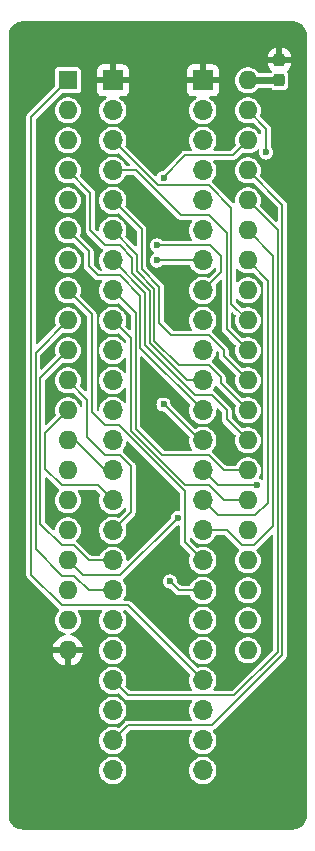
<source format=gbr>
G04 #@! TF.GenerationSoftware,KiCad,Pcbnew,7.0.11+dfsg-1build4*
G04 #@! TF.CreationDate,2024-12-04T11:30:58+09:00*
G04 #@! TF.ProjectId,bionic-ins8070,62696f6e-6963-42d6-996e-73383037302e,6*
G04 #@! TF.SameCoordinates,Original*
G04 #@! TF.FileFunction,Copper,L2,Bot*
G04 #@! TF.FilePolarity,Positive*
%FSLAX46Y46*%
G04 Gerber Fmt 4.6, Leading zero omitted, Abs format (unit mm)*
G04 Created by KiCad (PCBNEW 7.0.11+dfsg-1build4) date 2024-12-04 11:30:58*
%MOMM*%
%LPD*%
G01*
G04 APERTURE LIST*
G04 Aperture macros list*
%AMRoundRect*
0 Rectangle with rounded corners*
0 $1 Rounding radius*
0 $2 $3 $4 $5 $6 $7 $8 $9 X,Y pos of 4 corners*
0 Add a 4 corners polygon primitive as box body*
4,1,4,$2,$3,$4,$5,$6,$7,$8,$9,$2,$3,0*
0 Add four circle primitives for the rounded corners*
1,1,$1+$1,$2,$3*
1,1,$1+$1,$4,$5*
1,1,$1+$1,$6,$7*
1,1,$1+$1,$8,$9*
0 Add four rect primitives between the rounded corners*
20,1,$1+$1,$2,$3,$4,$5,0*
20,1,$1+$1,$4,$5,$6,$7,0*
20,1,$1+$1,$6,$7,$8,$9,0*
20,1,$1+$1,$8,$9,$2,$3,0*%
G04 Aperture macros list end*
G04 #@! TA.AperFunction,ComponentPad*
%ADD10R,1.600000X1.600000*%
G04 #@! TD*
G04 #@! TA.AperFunction,ComponentPad*
%ADD11O,1.600000X1.600000*%
G04 #@! TD*
G04 #@! TA.AperFunction,SMDPad,CuDef*
%ADD12RoundRect,0.237500X0.237500X-0.300000X0.237500X0.300000X-0.237500X0.300000X-0.237500X-0.300000X0*%
G04 #@! TD*
G04 #@! TA.AperFunction,ComponentPad*
%ADD13R,1.700000X1.700000*%
G04 #@! TD*
G04 #@! TA.AperFunction,ComponentPad*
%ADD14O,1.700000X1.700000*%
G04 #@! TD*
G04 #@! TA.AperFunction,ViaPad*
%ADD15C,0.600000*%
G04 #@! TD*
G04 #@! TA.AperFunction,Conductor*
%ADD16C,0.200000*%
G04 #@! TD*
G04 #@! TA.AperFunction,Conductor*
%ADD17C,0.600000*%
G04 #@! TD*
G04 #@! TA.AperFunction,Conductor*
%ADD18C,0.800000*%
G04 #@! TD*
G04 APERTURE END LIST*
D10*
X106080000Y-75080000D03*
D11*
X106080000Y-77620000D03*
X106080000Y-80160000D03*
X106080000Y-82700000D03*
X106080000Y-85240000D03*
X106080000Y-87780000D03*
X106080000Y-90320000D03*
X106080000Y-92860000D03*
X106080000Y-95400000D03*
X106080000Y-97940000D03*
X106080000Y-100480000D03*
X106080000Y-103020000D03*
X106080000Y-105560000D03*
X106080000Y-108100000D03*
X106080000Y-110640000D03*
X106080000Y-113180000D03*
X106080000Y-115720000D03*
X106080000Y-118260000D03*
X106080000Y-120800000D03*
X106080000Y-123340000D03*
X121320000Y-123340000D03*
X121320000Y-120800000D03*
X121320000Y-118260000D03*
X121320000Y-115720000D03*
X121320000Y-113180000D03*
X121320000Y-110640000D03*
X121320000Y-108100000D03*
X121320000Y-105560000D03*
X121320000Y-103020000D03*
X121320000Y-100480000D03*
X121320000Y-97940000D03*
X121320000Y-95400000D03*
X121320000Y-92860000D03*
X121320000Y-90320000D03*
X121320000Y-87780000D03*
X121320000Y-85240000D03*
X121320000Y-82700000D03*
X121320000Y-80160000D03*
X121320000Y-77620000D03*
X121320000Y-75080000D03*
D12*
X123987000Y-75078900D03*
X123987000Y-73353900D03*
D13*
X109890000Y-75080000D03*
D14*
X109890000Y-77620000D03*
X109890000Y-80160000D03*
X109890000Y-82700000D03*
X109890000Y-85240000D03*
X109890000Y-87780000D03*
X109890000Y-90320000D03*
X109890000Y-92860000D03*
X109890000Y-95400000D03*
X109890000Y-97940000D03*
X109890000Y-100480000D03*
X109890000Y-103020000D03*
X109890000Y-105560000D03*
X109890000Y-108100000D03*
X109890000Y-110640000D03*
X109890000Y-113180000D03*
X109890000Y-115720000D03*
X109890000Y-118260000D03*
X109890000Y-120800000D03*
X109890000Y-123340000D03*
X109890000Y-125880000D03*
X109890000Y-128420000D03*
X109890000Y-130960000D03*
X109890000Y-133500000D03*
X117510000Y-133500000D03*
X117510000Y-130960000D03*
X117510000Y-128420000D03*
X117510000Y-125880000D03*
X117510000Y-123340000D03*
X117510000Y-120800000D03*
X117510000Y-118260000D03*
X117510000Y-115720000D03*
X117510000Y-113180000D03*
X117510000Y-110640000D03*
X117510000Y-108100000D03*
X117510000Y-105560000D03*
X117510000Y-103020000D03*
X117510000Y-100480000D03*
X117510000Y-97940000D03*
X117510000Y-95400000D03*
X117510000Y-92860000D03*
X117510000Y-90320000D03*
X117510000Y-87780000D03*
X117510000Y-85240000D03*
X117510000Y-82700000D03*
X117510000Y-80160000D03*
X117510000Y-77620000D03*
D13*
X117510000Y-75080000D03*
D15*
X113573000Y-91336000D03*
X116367000Y-91717000D03*
X113608000Y-89050000D03*
X122860000Y-81176000D03*
X121320000Y-128293000D03*
X115605000Y-115339000D03*
X103921000Y-81430000D03*
X113700000Y-119530000D03*
X119542000Y-122197000D03*
X112684000Y-123848000D03*
X122209000Y-99210000D03*
X113192000Y-100480000D03*
X121320000Y-72946400D03*
X113700000Y-132179200D03*
X113319000Y-110005000D03*
X107985000Y-113942000D03*
X115386000Y-112129000D03*
X114716000Y-117498000D03*
X113608000Y-90320000D03*
X114186000Y-83335000D03*
X114186000Y-102512000D03*
X122082000Y-109370000D03*
D16*
X109890000Y-85240000D02*
X112341000Y-87691000D01*
X112341000Y-87691000D02*
X112341000Y-91073944D01*
X118018000Y-96670000D02*
X119288000Y-97940000D01*
X112341000Y-91073944D02*
X113814000Y-92546944D01*
X113814000Y-92546944D02*
X113814000Y-95654000D01*
X113814000Y-95654000D02*
X114830000Y-96670000D01*
X119288000Y-97940000D02*
X119288000Y-98448000D01*
X114830000Y-96670000D02*
X118018000Y-96670000D01*
X119288000Y-98448000D02*
X121320000Y-100480000D01*
X122860000Y-81176000D02*
X122860000Y-79160000D01*
X122860000Y-79160000D02*
X121320000Y-77620000D01*
X109890000Y-82700000D02*
X111864314Y-82700000D01*
X111864314Y-82700000D02*
X115674314Y-86510000D01*
X115674314Y-86510000D02*
X118018000Y-86510000D01*
X118018000Y-86510000D02*
X119523000Y-88015000D01*
X119523000Y-88015000D02*
X119523000Y-96143000D01*
X119523000Y-96143000D02*
X121320000Y-97940000D01*
X113608000Y-89050000D02*
X118145000Y-89050000D01*
X119034000Y-91336000D02*
X117510000Y-92860000D01*
X119034000Y-89939000D02*
X119034000Y-91336000D01*
X118145000Y-89050000D02*
X119034000Y-89939000D01*
X113608000Y-90320000D02*
X117510000Y-90320000D01*
X112214000Y-97724000D02*
X117510000Y-103020000D01*
X110461500Y-91590000D02*
X112214000Y-93342500D01*
X112214000Y-93342500D02*
X112214000Y-97724000D01*
X108620000Y-91590000D02*
X110461500Y-91590000D01*
X107858000Y-89558000D02*
X107858000Y-90828000D01*
X107858000Y-90828000D02*
X108620000Y-91590000D01*
X106080000Y-87780000D02*
X107858000Y-89558000D01*
X119542000Y-103782000D02*
X121320000Y-105560000D01*
X119542000Y-103020000D02*
X119542000Y-103782000D01*
X116875000Y-101750000D02*
X118272000Y-101750000D01*
X112614000Y-97489000D02*
X116875000Y-101750000D01*
X112614000Y-93044000D02*
X112614000Y-97489000D01*
X118272000Y-101750000D02*
X119542000Y-103020000D01*
X109890000Y-90320000D02*
X112614000Y-93044000D01*
X107985000Y-87780000D02*
X107985000Y-84605000D01*
X110496157Y-89050000D02*
X109255000Y-89050000D01*
X111541000Y-90094843D02*
X110496157Y-89050000D01*
X111541000Y-91405314D02*
X111541000Y-90094843D01*
X107985000Y-84605000D02*
X106080000Y-82700000D01*
X113014000Y-92878314D02*
X111541000Y-91405314D01*
X109255000Y-89050000D02*
X107985000Y-87780000D01*
X113014000Y-97323314D02*
X113014000Y-92878314D01*
X116170686Y-100480000D02*
X113014000Y-97323314D01*
X117510000Y-100480000D02*
X116170686Y-100480000D01*
X119034000Y-100734000D02*
X121320000Y-103020000D01*
X119034000Y-100226000D02*
X119034000Y-100734000D01*
X118018000Y-99210000D02*
X119034000Y-100226000D01*
X115478000Y-99210000D02*
X118018000Y-99210000D01*
X111941000Y-91239630D02*
X113414000Y-92712630D01*
X113414000Y-97146000D02*
X115478000Y-99210000D01*
X111941000Y-89831000D02*
X111941000Y-91239630D01*
X113414000Y-92712630D02*
X113414000Y-97146000D01*
X109890000Y-87780000D02*
X111941000Y-89831000D01*
X122082000Y-109370000D02*
X118780000Y-109370000D01*
X118780000Y-109370000D02*
X117510000Y-108100000D01*
X109890000Y-95400000D02*
X111414000Y-96924000D01*
X111414000Y-96924000D02*
X111414000Y-104740314D01*
X111414000Y-104740314D02*
X116043686Y-109370000D01*
X116043686Y-109370000D02*
X118018000Y-109370000D01*
X118018000Y-109370000D02*
X119288000Y-110640000D01*
X119288000Y-110640000D02*
X121320000Y-110640000D01*
X109890000Y-92860000D02*
X111814000Y-94784000D01*
X111814000Y-94784000D02*
X111814000Y-104574628D01*
X111814000Y-104574628D02*
X114069372Y-106830000D01*
X114069372Y-106830000D02*
X118018000Y-106830000D01*
X118018000Y-106830000D02*
X119288000Y-108100000D01*
X119288000Y-108100000D02*
X121320000Y-108100000D01*
X121320000Y-87780000D02*
X123447200Y-89907200D01*
X119542000Y-113180000D02*
X117510000Y-113180000D01*
X123447200Y-89907200D02*
X123447200Y-112830800D01*
X123447200Y-112830800D02*
X121828000Y-114450000D01*
X121828000Y-114450000D02*
X120812000Y-114450000D01*
X120812000Y-114450000D02*
X119542000Y-113180000D01*
X117510000Y-125880000D02*
X111160000Y-119530000D01*
X111160000Y-119530000D02*
X105572000Y-119530000D01*
X102956000Y-78204000D02*
X106080000Y-75080000D01*
X105572000Y-119530000D02*
X102956000Y-116914000D01*
X102956000Y-116914000D02*
X102956000Y-78204000D01*
X109890000Y-130960000D02*
X111160000Y-129690000D01*
X111160000Y-129690000D02*
X118272000Y-129690000D01*
X118272000Y-129690000D02*
X124247200Y-123714800D01*
X124247200Y-123714800D02*
X124247200Y-85627200D01*
X124247200Y-85627200D02*
X121320000Y-82700000D01*
X121320000Y-85240000D02*
X123847200Y-87767200D01*
X120177000Y-127150000D02*
X111160000Y-127150000D01*
X123847200Y-87767200D02*
X123847200Y-123479800D01*
X123847200Y-123479800D02*
X120177000Y-127150000D01*
X111160000Y-127150000D02*
X109890000Y-125880000D01*
X117510000Y-110640000D02*
X118780000Y-111910000D01*
X118780000Y-111910000D02*
X121955000Y-111910000D01*
X121955000Y-111910000D02*
X123047200Y-110817800D01*
X123047200Y-110817800D02*
X123047200Y-92047200D01*
X123047200Y-92047200D02*
X121320000Y-90320000D01*
X114186000Y-83335000D02*
X114186000Y-83230000D01*
X114186000Y-83230000D02*
X115986000Y-81430000D01*
X115986000Y-81430000D02*
X120050000Y-81430000D01*
X120050000Y-81430000D02*
X121320000Y-80160000D01*
D17*
X123987000Y-75078900D02*
X121321100Y-75078900D01*
D18*
X121321100Y-75078900D02*
X121320000Y-75080000D01*
D16*
X115386000Y-112129000D02*
X110525000Y-116990000D01*
X107350000Y-116990000D02*
X106080000Y-115720000D01*
X110525000Y-116990000D02*
X107350000Y-116990000D01*
X115478000Y-118260000D02*
X117510000Y-118260000D01*
X114716000Y-117498000D02*
X115478000Y-118260000D01*
X106080000Y-92860000D02*
X108112000Y-94892000D01*
X115986000Y-109878000D02*
X115986000Y-114196000D01*
X115986000Y-114196000D02*
X117510000Y-115720000D01*
X109255000Y-104290000D02*
X110398000Y-104290000D01*
X108112000Y-94892000D02*
X108112000Y-103147000D01*
X110398000Y-104290000D02*
X115986000Y-109878000D01*
X108112000Y-103147000D02*
X109255000Y-104290000D01*
X106080000Y-103020000D02*
X104156000Y-104944000D01*
X105572000Y-109370000D02*
X108620000Y-109370000D01*
X104156000Y-107954000D02*
X105572000Y-109370000D01*
X104156000Y-104944000D02*
X104156000Y-107954000D01*
X108620000Y-109370000D02*
X109890000Y-110640000D01*
X109255000Y-106830000D02*
X110525000Y-106830000D01*
X107712000Y-105287000D02*
X109255000Y-106830000D01*
X106080000Y-100480000D02*
X107712000Y-102112000D01*
X111414000Y-111656000D02*
X109890000Y-113180000D01*
X111414000Y-107719000D02*
X111414000Y-111656000D01*
X110525000Y-106830000D02*
X111414000Y-107719000D01*
X107712000Y-102112000D02*
X107712000Y-105287000D01*
X106588000Y-114450000D02*
X107858000Y-115720000D01*
X107858000Y-115720000D02*
X109890000Y-115720000D01*
X105572000Y-114450000D02*
X106588000Y-114450000D01*
X103756000Y-100264000D02*
X103756000Y-112634000D01*
X103756000Y-112634000D02*
X105572000Y-114450000D01*
X106080000Y-97940000D02*
X103756000Y-100264000D01*
X114186000Y-102512000D02*
X114208000Y-102512000D01*
X114208000Y-102512000D02*
X117256000Y-105560000D01*
X117256000Y-105560000D02*
X117510000Y-105560000D01*
X119923000Y-85875000D02*
X118018000Y-83970000D01*
X121320000Y-95400000D02*
X119923000Y-94003000D01*
X119923000Y-94003000D02*
X119923000Y-85875000D01*
X118018000Y-83970000D02*
X113700000Y-83970000D01*
X113700000Y-83970000D02*
X109890000Y-80160000D01*
X106080000Y-105560000D02*
X106715000Y-105560000D01*
X106715000Y-105560000D02*
X109255000Y-108100000D01*
X109255000Y-108100000D02*
X109890000Y-108100000D01*
X103356000Y-98124000D02*
X103356000Y-114774000D01*
X105589900Y-117007900D02*
X106605900Y-117007900D01*
X107858000Y-118260000D02*
X109890000Y-118260000D01*
X106080000Y-95400000D02*
X103356000Y-98124000D01*
X103356000Y-114774000D02*
X105589900Y-117007900D01*
X106605900Y-117007900D02*
X107858000Y-118260000D01*
G04 #@! TA.AperFunction,Conductor*
G36*
X115533739Y-112734302D02*
G01*
X115575856Y-112778684D01*
X115585500Y-112821305D01*
X115585500Y-114259437D01*
X115592953Y-114282374D01*
X115596579Y-114297474D01*
X115600354Y-114321306D01*
X115611301Y-114342788D01*
X115617247Y-114357142D01*
X115624703Y-114380088D01*
X115624702Y-114380088D01*
X115638884Y-114399608D01*
X115646997Y-114412847D01*
X115657950Y-114434342D01*
X115657951Y-114434343D01*
X115678030Y-114454423D01*
X115678031Y-114454423D01*
X115680513Y-114456905D01*
X115680516Y-114456909D01*
X116051173Y-114827566D01*
X116413348Y-115189741D01*
X116441125Y-115244258D01*
X116432904Y-115297818D01*
X116434249Y-115298339D01*
X116432598Y-115302598D01*
X116374244Y-115507688D01*
X116354571Y-115720000D01*
X116374244Y-115932311D01*
X116381651Y-115958342D01*
X116432595Y-116137389D01*
X116527634Y-116328255D01*
X116656128Y-116498407D01*
X116656135Y-116498413D01*
X116813692Y-116642047D01*
X116813699Y-116642053D01*
X116917389Y-116706255D01*
X116994981Y-116754298D01*
X117193802Y-116831321D01*
X117403390Y-116870500D01*
X117616610Y-116870500D01*
X117826198Y-116831321D01*
X118025019Y-116754298D01*
X118206302Y-116642052D01*
X118363872Y-116498407D01*
X118492366Y-116328255D01*
X118587405Y-116137389D01*
X118645756Y-115932310D01*
X118665429Y-115720000D01*
X118645756Y-115507690D01*
X118587405Y-115302611D01*
X118492366Y-115111745D01*
X118363872Y-114941593D01*
X118279184Y-114864389D01*
X118206307Y-114797952D01*
X118206300Y-114797946D01*
X118025024Y-114685705D01*
X118025019Y-114685702D01*
X117939657Y-114652633D01*
X117826198Y-114608679D01*
X117826197Y-114608678D01*
X117826195Y-114608678D01*
X117616610Y-114569500D01*
X117403390Y-114569500D01*
X117193802Y-114608678D01*
X117089091Y-114649243D01*
X117028000Y-114652633D01*
X116983325Y-114626932D01*
X116415496Y-114059103D01*
X116387719Y-114004586D01*
X116386500Y-113989099D01*
X116386500Y-113896738D01*
X116405407Y-113838547D01*
X116454907Y-113802583D01*
X116516093Y-113802583D01*
X116564501Y-113837075D01*
X116656128Y-113958407D01*
X116706784Y-114004586D01*
X116813692Y-114102047D01*
X116813699Y-114102053D01*
X116917389Y-114166255D01*
X116994981Y-114214298D01*
X117193802Y-114291321D01*
X117403390Y-114330500D01*
X117616610Y-114330500D01*
X117826198Y-114291321D01*
X118025019Y-114214298D01*
X118206302Y-114102052D01*
X118363872Y-113958407D01*
X118492366Y-113788255D01*
X118568492Y-113635372D01*
X118611354Y-113591710D01*
X118657113Y-113580500D01*
X119335099Y-113580500D01*
X119393290Y-113599407D01*
X119405103Y-113609496D01*
X120483950Y-114688342D01*
X120570008Y-114774400D01*
X120597785Y-114828917D01*
X120588214Y-114889349D01*
X120566700Y-114917565D01*
X120503239Y-114975417D01*
X120380328Y-115138177D01*
X120380323Y-115138186D01*
X120298450Y-115302611D01*
X120289418Y-115320750D01*
X120233603Y-115516917D01*
X120214785Y-115720000D01*
X120233603Y-115923083D01*
X120289418Y-116119250D01*
X120380327Y-116301821D01*
X120503236Y-116464579D01*
X120653959Y-116601981D01*
X120827363Y-116709348D01*
X121017544Y-116783024D01*
X121218024Y-116820500D01*
X121421976Y-116820500D01*
X121622456Y-116783024D01*
X121812637Y-116709348D01*
X121986041Y-116601981D01*
X122136764Y-116464579D01*
X122259673Y-116301821D01*
X122350582Y-116119250D01*
X122406397Y-115923083D01*
X122425215Y-115720000D01*
X122406397Y-115516917D01*
X122350582Y-115320750D01*
X122259673Y-115138179D01*
X122136764Y-114975421D01*
X122136760Y-114975417D01*
X122073299Y-114917564D01*
X122043033Y-114864389D01*
X122049804Y-114803579D01*
X122069987Y-114774404D01*
X122088905Y-114755486D01*
X122088909Y-114755484D01*
X123277698Y-113566694D01*
X123332213Y-113538919D01*
X123392645Y-113548490D01*
X123435910Y-113591755D01*
X123446700Y-113636700D01*
X123446700Y-123272899D01*
X123427793Y-123331090D01*
X123417704Y-123342903D01*
X120040103Y-126720504D01*
X119985586Y-126748281D01*
X119970099Y-126749500D01*
X118493901Y-126749500D01*
X118435710Y-126730593D01*
X118399746Y-126681093D01*
X118399746Y-126619907D01*
X118414897Y-126590839D01*
X118492366Y-126488255D01*
X118587405Y-126297389D01*
X118645756Y-126092310D01*
X118665429Y-125880000D01*
X118645756Y-125667690D01*
X118587405Y-125462611D01*
X118492366Y-125271745D01*
X118363872Y-125101593D01*
X118309623Y-125052139D01*
X118206307Y-124957952D01*
X118206300Y-124957946D01*
X118025024Y-124845705D01*
X118025019Y-124845702D01*
X117939657Y-124812633D01*
X117826198Y-124768679D01*
X117826197Y-124768678D01*
X117826195Y-124768678D01*
X117616610Y-124729500D01*
X117403390Y-124729500D01*
X117193810Y-124768677D01*
X117193805Y-124768678D01*
X117193802Y-124768679D01*
X117193795Y-124768681D01*
X117193794Y-124768682D01*
X117089089Y-124809243D01*
X117027998Y-124812633D01*
X116983324Y-124786932D01*
X115536392Y-123340000D01*
X116354571Y-123340000D01*
X116374244Y-123552310D01*
X116432595Y-123757389D01*
X116527634Y-123948255D01*
X116656128Y-124118407D01*
X116656135Y-124118413D01*
X116813692Y-124262047D01*
X116813699Y-124262053D01*
X116917389Y-124326255D01*
X116994981Y-124374298D01*
X117193802Y-124451321D01*
X117403390Y-124490500D01*
X117616610Y-124490500D01*
X117826198Y-124451321D01*
X118025019Y-124374298D01*
X118206302Y-124262052D01*
X118363872Y-124118407D01*
X118492366Y-123948255D01*
X118587405Y-123757389D01*
X118645756Y-123552310D01*
X118665429Y-123340000D01*
X120214785Y-123340000D01*
X120233603Y-123543083D01*
X120289418Y-123739250D01*
X120380327Y-123921821D01*
X120503236Y-124084579D01*
X120653959Y-124221981D01*
X120827363Y-124329348D01*
X121017544Y-124403024D01*
X121218024Y-124440500D01*
X121421976Y-124440500D01*
X121622456Y-124403024D01*
X121812637Y-124329348D01*
X121986041Y-124221981D01*
X122136764Y-124084579D01*
X122259673Y-123921821D01*
X122350582Y-123739250D01*
X122406397Y-123543083D01*
X122425215Y-123340000D01*
X122406397Y-123136917D01*
X122350582Y-122940750D01*
X122259673Y-122758179D01*
X122136764Y-122595421D01*
X121986041Y-122458019D01*
X121812637Y-122350652D01*
X121622456Y-122276976D01*
X121622455Y-122276975D01*
X121622453Y-122276975D01*
X121421976Y-122239500D01*
X121218024Y-122239500D01*
X121017546Y-122276975D01*
X120947632Y-122304059D01*
X120827363Y-122350652D01*
X120718676Y-122417948D01*
X120653959Y-122458019D01*
X120503237Y-122595420D01*
X120380328Y-122758177D01*
X120380323Y-122758186D01*
X120298450Y-122922611D01*
X120289418Y-122940750D01*
X120233603Y-123136917D01*
X120214785Y-123340000D01*
X118665429Y-123340000D01*
X118645756Y-123127690D01*
X118587405Y-122922611D01*
X118492366Y-122731745D01*
X118363872Y-122561593D01*
X118297611Y-122501188D01*
X118206307Y-122417952D01*
X118206300Y-122417946D01*
X118025024Y-122305705D01*
X118025019Y-122305702D01*
X117826195Y-122228678D01*
X117616610Y-122189500D01*
X117403390Y-122189500D01*
X117193804Y-122228678D01*
X116994980Y-122305702D01*
X116994975Y-122305705D01*
X116813699Y-122417946D01*
X116813692Y-122417952D01*
X116656135Y-122561586D01*
X116656131Y-122561589D01*
X116656128Y-122561593D01*
X116656125Y-122561597D01*
X116527635Y-122731743D01*
X116527630Y-122731752D01*
X116432596Y-122922608D01*
X116374244Y-123127688D01*
X116374244Y-123127690D01*
X116354571Y-123340000D01*
X115536392Y-123340000D01*
X114226112Y-122029720D01*
X112996392Y-120800000D01*
X116354571Y-120800000D01*
X116374244Y-121012310D01*
X116432595Y-121217389D01*
X116527634Y-121408255D01*
X116656128Y-121578407D01*
X116656135Y-121578413D01*
X116813692Y-121722047D01*
X116813699Y-121722053D01*
X116917389Y-121786255D01*
X116994981Y-121834298D01*
X117193802Y-121911321D01*
X117403390Y-121950500D01*
X117616610Y-121950500D01*
X117826198Y-121911321D01*
X118025019Y-121834298D01*
X118206302Y-121722052D01*
X118363872Y-121578407D01*
X118492366Y-121408255D01*
X118587405Y-121217389D01*
X118645756Y-121012310D01*
X118665429Y-120800000D01*
X120214785Y-120800000D01*
X120233603Y-121003083D01*
X120289418Y-121199250D01*
X120380327Y-121381821D01*
X120503236Y-121544579D01*
X120653959Y-121681981D01*
X120827363Y-121789348D01*
X121017544Y-121863024D01*
X121218024Y-121900500D01*
X121421976Y-121900500D01*
X121622456Y-121863024D01*
X121812637Y-121789348D01*
X121986041Y-121681981D01*
X122136764Y-121544579D01*
X122259673Y-121381821D01*
X122350582Y-121199250D01*
X122406397Y-121003083D01*
X122425215Y-120800000D01*
X122406397Y-120596917D01*
X122350582Y-120400750D01*
X122259673Y-120218179D01*
X122136764Y-120055421D01*
X121986041Y-119918019D01*
X121812637Y-119810652D01*
X121622456Y-119736976D01*
X121622455Y-119736975D01*
X121622453Y-119736975D01*
X121421976Y-119699500D01*
X121218024Y-119699500D01*
X121017546Y-119736975D01*
X120947632Y-119764059D01*
X120827363Y-119810652D01*
X120718676Y-119877948D01*
X120653959Y-119918019D01*
X120503237Y-120055420D01*
X120380328Y-120218177D01*
X120380323Y-120218186D01*
X120298450Y-120382611D01*
X120289418Y-120400750D01*
X120233603Y-120596917D01*
X120214785Y-120800000D01*
X118665429Y-120800000D01*
X118645756Y-120587690D01*
X118587405Y-120382611D01*
X118492366Y-120191745D01*
X118363872Y-120021593D01*
X118269902Y-119935927D01*
X118206307Y-119877952D01*
X118206300Y-119877946D01*
X118025024Y-119765705D01*
X118025019Y-119765702D01*
X117826195Y-119688678D01*
X117616610Y-119649500D01*
X117403390Y-119649500D01*
X117193804Y-119688678D01*
X116994980Y-119765702D01*
X116994975Y-119765705D01*
X116813699Y-119877946D01*
X116813692Y-119877952D01*
X116656135Y-120021586D01*
X116656131Y-120021589D01*
X116656128Y-120021593D01*
X116656125Y-120021597D01*
X116527635Y-120191743D01*
X116527630Y-120191752D01*
X116432596Y-120382608D01*
X116374244Y-120587688D01*
X116374244Y-120587690D01*
X116354571Y-120800000D01*
X112996392Y-120800000D01*
X111420909Y-119224516D01*
X111420905Y-119224513D01*
X111418423Y-119222031D01*
X111418423Y-119222030D01*
X111398343Y-119201951D01*
X111398342Y-119201950D01*
X111376847Y-119190997D01*
X111363608Y-119182884D01*
X111357581Y-119178505D01*
X111344090Y-119168704D01*
X111344088Y-119168703D01*
X111321142Y-119161247D01*
X111306788Y-119155301D01*
X111285306Y-119144354D01*
X111261474Y-119140579D01*
X111246374Y-119136953D01*
X111223437Y-119129500D01*
X111223433Y-119129500D01*
X111191519Y-119129500D01*
X110873901Y-119129500D01*
X110815710Y-119110593D01*
X110779746Y-119061093D01*
X110779746Y-118999907D01*
X110794897Y-118970839D01*
X110872366Y-118868255D01*
X110967405Y-118677389D01*
X111025756Y-118472310D01*
X111045429Y-118260000D01*
X111025756Y-118047690D01*
X110967405Y-117842611D01*
X110872366Y-117651745D01*
X110756262Y-117498000D01*
X114110318Y-117498000D01*
X114130955Y-117654758D01*
X114130957Y-117654766D01*
X114191462Y-117800838D01*
X114191462Y-117800839D01*
X114287713Y-117926276D01*
X114287718Y-117926282D01*
X114413159Y-118022536D01*
X114559238Y-118083044D01*
X114716000Y-118103682D01*
X114722433Y-118104529D01*
X114722205Y-118106256D01*
X114772472Y-118122589D01*
X114784284Y-118132678D01*
X115217092Y-118565485D01*
X115239656Y-118588048D01*
X115239658Y-118588050D01*
X115261145Y-118598998D01*
X115274386Y-118607112D01*
X115293908Y-118621294D01*
X115293909Y-118621294D01*
X115293911Y-118621296D01*
X115316861Y-118628752D01*
X115331201Y-118634693D01*
X115352696Y-118645646D01*
X115376534Y-118649421D01*
X115391611Y-118653041D01*
X115414567Y-118660500D01*
X115446481Y-118660500D01*
X116362887Y-118660500D01*
X116421078Y-118679407D01*
X116451508Y-118715372D01*
X116527634Y-118868255D01*
X116656128Y-119038407D01*
X116656135Y-119038413D01*
X116813692Y-119182047D01*
X116813699Y-119182053D01*
X116917389Y-119246255D01*
X116994981Y-119294298D01*
X117193802Y-119371321D01*
X117403390Y-119410500D01*
X117616610Y-119410500D01*
X117826198Y-119371321D01*
X118025019Y-119294298D01*
X118206302Y-119182052D01*
X118363872Y-119038407D01*
X118492366Y-118868255D01*
X118587405Y-118677389D01*
X118645756Y-118472310D01*
X118665429Y-118260000D01*
X120214785Y-118260000D01*
X120233603Y-118463083D01*
X120289418Y-118659250D01*
X120380327Y-118841821D01*
X120503236Y-119004579D01*
X120653959Y-119141981D01*
X120827363Y-119249348D01*
X121017544Y-119323024D01*
X121218024Y-119360500D01*
X121421976Y-119360500D01*
X121622456Y-119323024D01*
X121812637Y-119249348D01*
X121986041Y-119141981D01*
X122136764Y-119004579D01*
X122259673Y-118841821D01*
X122350582Y-118659250D01*
X122406397Y-118463083D01*
X122425215Y-118260000D01*
X122406397Y-118056917D01*
X122350582Y-117860750D01*
X122259673Y-117678179D01*
X122136764Y-117515421D01*
X121986041Y-117378019D01*
X121812637Y-117270652D01*
X121622456Y-117196976D01*
X121622455Y-117196975D01*
X121622453Y-117196975D01*
X121421976Y-117159500D01*
X121218024Y-117159500D01*
X121017546Y-117196975D01*
X120947632Y-117224059D01*
X120827363Y-117270652D01*
X120713358Y-117341241D01*
X120653959Y-117378019D01*
X120503237Y-117515420D01*
X120380328Y-117678177D01*
X120380323Y-117678186D01*
X120298450Y-117842611D01*
X120289418Y-117860750D01*
X120233603Y-118056917D01*
X120214785Y-118260000D01*
X118665429Y-118260000D01*
X118645756Y-118047690D01*
X118587405Y-117842611D01*
X118492366Y-117651745D01*
X118363872Y-117481593D01*
X118284688Y-117409407D01*
X118206307Y-117337952D01*
X118206300Y-117337946D01*
X118025024Y-117225705D01*
X118025019Y-117225702D01*
X117893906Y-117174909D01*
X117826198Y-117148679D01*
X117826197Y-117148678D01*
X117826195Y-117148678D01*
X117616610Y-117109500D01*
X117403390Y-117109500D01*
X117193804Y-117148678D01*
X116994980Y-117225702D01*
X116994975Y-117225705D01*
X116813699Y-117337946D01*
X116813692Y-117337952D01*
X116656135Y-117481586D01*
X116656131Y-117481589D01*
X116656128Y-117481593D01*
X116656125Y-117481597D01*
X116527635Y-117651743D01*
X116527630Y-117651752D01*
X116451508Y-117804628D01*
X116408646Y-117848290D01*
X116362887Y-117859500D01*
X115684901Y-117859500D01*
X115626710Y-117840593D01*
X115614897Y-117830504D01*
X115350678Y-117566285D01*
X115322901Y-117511768D01*
X115322018Y-117500554D01*
X115321682Y-117497999D01*
X115301044Y-117341238D01*
X115289507Y-117313386D01*
X115240537Y-117195161D01*
X115240537Y-117195160D01*
X115144286Y-117069723D01*
X115144285Y-117069722D01*
X115144282Y-117069718D01*
X115144277Y-117069714D01*
X115144276Y-117069713D01*
X115053911Y-117000374D01*
X115018841Y-116973464D01*
X115018840Y-116973463D01*
X115018838Y-116973462D01*
X114872766Y-116912957D01*
X114872758Y-116912955D01*
X114716001Y-116892318D01*
X114715999Y-116892318D01*
X114559241Y-116912955D01*
X114559233Y-116912957D01*
X114413161Y-116973462D01*
X114413160Y-116973462D01*
X114287723Y-117069713D01*
X114287713Y-117069723D01*
X114191462Y-117195160D01*
X114191462Y-117195161D01*
X114130957Y-117341233D01*
X114130955Y-117341241D01*
X114110318Y-117497999D01*
X114110318Y-117498000D01*
X110756262Y-117498000D01*
X110743872Y-117481593D01*
X110743869Y-117481590D01*
X110741524Y-117479452D01*
X110740865Y-117478295D01*
X110740788Y-117478210D01*
X110740807Y-117478192D01*
X110711260Y-117426275D01*
X110718032Y-117365466D01*
X110757056Y-117322661D01*
X110757035Y-117322633D01*
X110757175Y-117322531D01*
X110759254Y-117320251D01*
X110763254Y-117318094D01*
X110763342Y-117318050D01*
X110780261Y-117301129D01*
X110780265Y-117301127D01*
X110785906Y-117295485D01*
X110785909Y-117295484D01*
X115317713Y-112763677D01*
X115372230Y-112735901D01*
X115383448Y-112735017D01*
X115385996Y-112734681D01*
X115386000Y-112734682D01*
X115473578Y-112723152D01*
X115533739Y-112734302D01*
G37*
G04 #@! TD.AperFunction*
G04 #@! TA.AperFunction,Conductor*
G36*
X111168461Y-105636783D02*
G01*
X111199316Y-105657709D01*
X115556504Y-110014896D01*
X115584281Y-110069413D01*
X115585500Y-110084900D01*
X115585500Y-111436694D01*
X115566593Y-111494885D01*
X115517093Y-111530849D01*
X115473579Y-111534847D01*
X115386002Y-111523318D01*
X115385999Y-111523318D01*
X115229241Y-111543955D01*
X115229233Y-111543957D01*
X115083161Y-111604462D01*
X115083160Y-111604462D01*
X114957723Y-111700713D01*
X114957713Y-111700723D01*
X114861462Y-111826160D01*
X114861462Y-111826161D01*
X114800957Y-111972233D01*
X114800955Y-111972241D01*
X114779471Y-112135433D01*
X114777742Y-112135205D01*
X114761411Y-112185471D01*
X114751322Y-112197284D01*
X111210086Y-115738519D01*
X111155569Y-115766296D01*
X111095137Y-115756725D01*
X111051872Y-115713460D01*
X111041505Y-115677652D01*
X111025756Y-115507690D01*
X110967405Y-115302611D01*
X110872366Y-115111745D01*
X110743872Y-114941593D01*
X110659184Y-114864389D01*
X110586307Y-114797952D01*
X110586300Y-114797946D01*
X110405024Y-114685705D01*
X110405019Y-114685702D01*
X110319657Y-114652633D01*
X110206198Y-114608679D01*
X110206197Y-114608678D01*
X110206195Y-114608678D01*
X109996610Y-114569500D01*
X109783390Y-114569500D01*
X109573804Y-114608678D01*
X109374980Y-114685702D01*
X109374975Y-114685705D01*
X109193699Y-114797946D01*
X109193692Y-114797952D01*
X109036135Y-114941586D01*
X109036131Y-114941589D01*
X109036128Y-114941593D01*
X109036125Y-114941597D01*
X108907635Y-115111743D01*
X108907630Y-115111752D01*
X108831508Y-115264628D01*
X108788646Y-115308290D01*
X108742887Y-115319500D01*
X108064900Y-115319500D01*
X108006709Y-115300593D01*
X107994896Y-115290504D01*
X107459876Y-114755484D01*
X106848909Y-114144516D01*
X106848905Y-114144513D01*
X106846423Y-114142031D01*
X106846423Y-114142030D01*
X106829994Y-114125602D01*
X106802214Y-114071086D01*
X106811784Y-114010654D01*
X106833296Y-113982437D01*
X106896764Y-113924579D01*
X107019673Y-113761821D01*
X107110582Y-113579250D01*
X107166397Y-113383083D01*
X107185215Y-113180000D01*
X107166397Y-112976917D01*
X107110582Y-112780750D01*
X107019673Y-112598179D01*
X106896764Y-112435421D01*
X106746041Y-112298019D01*
X106572637Y-112190652D01*
X106382456Y-112116976D01*
X106382455Y-112116975D01*
X106382453Y-112116975D01*
X106181976Y-112079500D01*
X105978024Y-112079500D01*
X105777546Y-112116975D01*
X105707632Y-112144059D01*
X105587363Y-112190652D01*
X105417792Y-112295646D01*
X105413959Y-112298019D01*
X105263237Y-112435420D01*
X105140328Y-112598177D01*
X105140323Y-112598186D01*
X105050040Y-112779500D01*
X105049418Y-112780750D01*
X105029160Y-112851950D01*
X104993603Y-112976917D01*
X104985221Y-113067377D01*
X104961025Y-113123575D01*
X104908417Y-113154818D01*
X104847493Y-113149172D01*
X104816639Y-113128246D01*
X104185496Y-112497103D01*
X104157719Y-112442586D01*
X104156500Y-112427099D01*
X104156500Y-108759900D01*
X104175407Y-108701709D01*
X104224907Y-108665745D01*
X104286093Y-108665745D01*
X104325504Y-108689896D01*
X105330008Y-109694400D01*
X105357785Y-109748917D01*
X105348214Y-109809349D01*
X105326700Y-109837565D01*
X105263239Y-109895417D01*
X105140328Y-110058177D01*
X105140323Y-110058186D01*
X105050040Y-110239500D01*
X105049418Y-110240750D01*
X104993603Y-110436917D01*
X104974785Y-110640000D01*
X104993603Y-110843083D01*
X105049418Y-111039250D01*
X105140327Y-111221821D01*
X105263236Y-111384579D01*
X105413959Y-111521981D01*
X105587363Y-111629348D01*
X105777544Y-111703024D01*
X105978024Y-111740500D01*
X106181976Y-111740500D01*
X106382456Y-111703024D01*
X106572637Y-111629348D01*
X106746041Y-111521981D01*
X106896764Y-111384579D01*
X107019673Y-111221821D01*
X107110582Y-111039250D01*
X107166397Y-110843083D01*
X107185215Y-110640000D01*
X107166397Y-110436917D01*
X107110582Y-110240750D01*
X107019673Y-110058179D01*
X106922240Y-109929157D01*
X106902263Y-109871330D01*
X106920092Y-109812799D01*
X106968918Y-109775927D01*
X107001246Y-109770500D01*
X108413099Y-109770500D01*
X108471290Y-109789407D01*
X108483103Y-109799496D01*
X108793348Y-110109741D01*
X108821125Y-110164258D01*
X108812904Y-110217818D01*
X108814249Y-110218339D01*
X108812598Y-110222598D01*
X108754244Y-110427688D01*
X108734571Y-110640000D01*
X108754244Y-110852311D01*
X108761651Y-110878342D01*
X108812595Y-111057389D01*
X108907634Y-111248255D01*
X109036128Y-111418407D01*
X109036135Y-111418413D01*
X109193692Y-111562047D01*
X109193699Y-111562053D01*
X109293263Y-111623700D01*
X109374981Y-111674298D01*
X109573802Y-111751321D01*
X109783390Y-111790500D01*
X109996610Y-111790500D01*
X110206198Y-111751321D01*
X110405019Y-111674298D01*
X110586302Y-111562052D01*
X110743872Y-111418407D01*
X110835498Y-111297075D01*
X110885653Y-111262034D01*
X110946827Y-111263165D01*
X110995654Y-111300037D01*
X111013500Y-111356738D01*
X111013500Y-111449098D01*
X110994593Y-111507289D01*
X110984504Y-111519102D01*
X110416673Y-112086932D01*
X110362156Y-112114709D01*
X110310907Y-112109243D01*
X110206198Y-112068679D01*
X110206197Y-112068678D01*
X110206195Y-112068678D01*
X109996610Y-112029500D01*
X109783390Y-112029500D01*
X109573804Y-112068678D01*
X109374980Y-112145702D01*
X109374975Y-112145705D01*
X109193699Y-112257946D01*
X109193692Y-112257952D01*
X109036135Y-112401586D01*
X109036131Y-112401589D01*
X109036128Y-112401593D01*
X109036125Y-112401597D01*
X108907635Y-112571743D01*
X108907630Y-112571752D01*
X108812596Y-112762608D01*
X108812595Y-112762611D01*
X108808022Y-112778684D01*
X108754244Y-112967688D01*
X108734571Y-113180000D01*
X108754244Y-113392311D01*
X108766500Y-113435384D01*
X108812595Y-113597389D01*
X108907634Y-113788255D01*
X109036128Y-113958407D01*
X109086784Y-114004586D01*
X109193692Y-114102047D01*
X109193699Y-114102053D01*
X109297389Y-114166255D01*
X109374981Y-114214298D01*
X109573802Y-114291321D01*
X109783390Y-114330500D01*
X109996610Y-114330500D01*
X110206198Y-114291321D01*
X110405019Y-114214298D01*
X110586302Y-114102052D01*
X110743872Y-113958407D01*
X110872366Y-113788255D01*
X110967405Y-113597389D01*
X111025756Y-113392310D01*
X111045429Y-113180000D01*
X111025756Y-112967690D01*
X110967405Y-112762611D01*
X110967401Y-112762604D01*
X110965752Y-112758344D01*
X110967132Y-112757809D01*
X110959019Y-112703364D01*
X110986648Y-112649743D01*
X111719483Y-111916909D01*
X111742050Y-111894342D01*
X111753002Y-111872843D01*
X111761115Y-111859605D01*
X111775296Y-111840090D01*
X111782751Y-111817144D01*
X111788695Y-111802795D01*
X111794960Y-111790500D01*
X111799646Y-111781304D01*
X111803419Y-111757473D01*
X111807048Y-111742364D01*
X111814498Y-111719435D01*
X111814499Y-111719434D01*
X111814499Y-111691621D01*
X111814500Y-111691596D01*
X111814500Y-107655569D01*
X111814500Y-107655567D01*
X111807041Y-107632611D01*
X111803421Y-107617534D01*
X111799646Y-107593696D01*
X111788693Y-107572201D01*
X111782752Y-107557861D01*
X111775296Y-107534911D01*
X111775294Y-107534908D01*
X111761112Y-107515386D01*
X111752997Y-107502143D01*
X111742050Y-107480658D01*
X111742048Y-107480656D01*
X111719486Y-107458093D01*
X111719486Y-107458094D01*
X111719484Y-107458091D01*
X110785909Y-106524516D01*
X110785905Y-106524513D01*
X110783423Y-106522031D01*
X110783423Y-106522030D01*
X110763343Y-106501951D01*
X110763337Y-106501946D01*
X110763269Y-106501912D01*
X110763214Y-106501857D01*
X110757038Y-106497370D01*
X110757749Y-106496391D01*
X110720008Y-106458644D01*
X110710441Y-106398211D01*
X110738223Y-106343697D01*
X110741475Y-106340591D01*
X110743872Y-106338407D01*
X110872366Y-106168255D01*
X110967405Y-105977389D01*
X111025756Y-105772310D01*
X111030735Y-105718576D01*
X111054930Y-105662381D01*
X111107537Y-105631137D01*
X111168461Y-105636783D01*
G37*
G04 #@! TD.AperFunction*
G04 #@! TA.AperFunction,Conductor*
G36*
X125133875Y-70075805D02*
G01*
X125309097Y-70089594D01*
X125324430Y-70092023D01*
X125491550Y-70132145D01*
X125506317Y-70136943D01*
X125665104Y-70202715D01*
X125678926Y-70209758D01*
X125825469Y-70299560D01*
X125838032Y-70308688D01*
X125968717Y-70420303D01*
X125979699Y-70431285D01*
X126091311Y-70561967D01*
X126100440Y-70574532D01*
X126190238Y-70721068D01*
X126197287Y-70734902D01*
X126263054Y-70893678D01*
X126267855Y-70908453D01*
X126307975Y-71075564D01*
X126310405Y-71090907D01*
X126324195Y-71266123D01*
X126324500Y-71273891D01*
X126324500Y-137306108D01*
X126324195Y-137313876D01*
X126310405Y-137489092D01*
X126307975Y-137504435D01*
X126267855Y-137671546D01*
X126263054Y-137686321D01*
X126197287Y-137845097D01*
X126190234Y-137858939D01*
X126100442Y-138005465D01*
X126091311Y-138018032D01*
X125979699Y-138148714D01*
X125968714Y-138159699D01*
X125838032Y-138271311D01*
X125825465Y-138280442D01*
X125678939Y-138370234D01*
X125665097Y-138377287D01*
X125506321Y-138443054D01*
X125491546Y-138447855D01*
X125324435Y-138487975D01*
X125309092Y-138490405D01*
X125149743Y-138502946D01*
X125133874Y-138504195D01*
X125126108Y-138504500D01*
X102273892Y-138504500D01*
X102266125Y-138504195D01*
X102247014Y-138502691D01*
X102090907Y-138490405D01*
X102075564Y-138487975D01*
X101908453Y-138447855D01*
X101893678Y-138443054D01*
X101734902Y-138377287D01*
X101721068Y-138370238D01*
X101574532Y-138280440D01*
X101561967Y-138271311D01*
X101462706Y-138186535D01*
X101431282Y-138159696D01*
X101420303Y-138148717D01*
X101308688Y-138018032D01*
X101299560Y-138005469D01*
X101209758Y-137858926D01*
X101202715Y-137845104D01*
X101136943Y-137686317D01*
X101132144Y-137671546D01*
X101092024Y-137504435D01*
X101089594Y-137489097D01*
X101075805Y-137313875D01*
X101075500Y-137306108D01*
X101075500Y-133500000D01*
X108734571Y-133500000D01*
X108754244Y-133712310D01*
X108812595Y-133917389D01*
X108907634Y-134108255D01*
X109036128Y-134278407D01*
X109036135Y-134278413D01*
X109193692Y-134422047D01*
X109193699Y-134422053D01*
X109297389Y-134486255D01*
X109374981Y-134534298D01*
X109573802Y-134611321D01*
X109783390Y-134650500D01*
X109996610Y-134650500D01*
X110206198Y-134611321D01*
X110405019Y-134534298D01*
X110586302Y-134422052D01*
X110743872Y-134278407D01*
X110872366Y-134108255D01*
X110967405Y-133917389D01*
X111025756Y-133712310D01*
X111045429Y-133500000D01*
X116354571Y-133500000D01*
X116374244Y-133712310D01*
X116432595Y-133917389D01*
X116527634Y-134108255D01*
X116656128Y-134278407D01*
X116656135Y-134278413D01*
X116813692Y-134422047D01*
X116813699Y-134422053D01*
X116917389Y-134486255D01*
X116994981Y-134534298D01*
X117193802Y-134611321D01*
X117403390Y-134650500D01*
X117616610Y-134650500D01*
X117826198Y-134611321D01*
X118025019Y-134534298D01*
X118206302Y-134422052D01*
X118363872Y-134278407D01*
X118492366Y-134108255D01*
X118587405Y-133917389D01*
X118645756Y-133712310D01*
X118665429Y-133500000D01*
X118645756Y-133287690D01*
X118587405Y-133082611D01*
X118492366Y-132891745D01*
X118363872Y-132721593D01*
X118309623Y-132672139D01*
X118206307Y-132577952D01*
X118206300Y-132577946D01*
X118025024Y-132465705D01*
X118025019Y-132465702D01*
X117826195Y-132388678D01*
X117616610Y-132349500D01*
X117403390Y-132349500D01*
X117193804Y-132388678D01*
X116994980Y-132465702D01*
X116994975Y-132465705D01*
X116813699Y-132577946D01*
X116813692Y-132577952D01*
X116656135Y-132721586D01*
X116656131Y-132721589D01*
X116656128Y-132721593D01*
X116656125Y-132721597D01*
X116527635Y-132891743D01*
X116527630Y-132891752D01*
X116432596Y-133082608D01*
X116374244Y-133287688D01*
X116374244Y-133287690D01*
X116354571Y-133500000D01*
X111045429Y-133500000D01*
X111025756Y-133287690D01*
X110967405Y-133082611D01*
X110872366Y-132891745D01*
X110743872Y-132721593D01*
X110689623Y-132672139D01*
X110586307Y-132577952D01*
X110586300Y-132577946D01*
X110405024Y-132465705D01*
X110405019Y-132465702D01*
X110206195Y-132388678D01*
X109996610Y-132349500D01*
X109783390Y-132349500D01*
X109573804Y-132388678D01*
X109374980Y-132465702D01*
X109374975Y-132465705D01*
X109193699Y-132577946D01*
X109193692Y-132577952D01*
X109036135Y-132721586D01*
X109036131Y-132721589D01*
X109036128Y-132721593D01*
X109036125Y-132721597D01*
X108907635Y-132891743D01*
X108907630Y-132891752D01*
X108812596Y-133082608D01*
X108754244Y-133287688D01*
X108754244Y-133287690D01*
X108734571Y-133500000D01*
X101075500Y-133500000D01*
X101075500Y-128420000D01*
X108734571Y-128420000D01*
X108749969Y-128586180D01*
X108754244Y-128632310D01*
X108812595Y-128837389D01*
X108907634Y-129028255D01*
X109036128Y-129198407D01*
X109036135Y-129198413D01*
X109193692Y-129342047D01*
X109193699Y-129342053D01*
X109262281Y-129384517D01*
X109374981Y-129454298D01*
X109573802Y-129531321D01*
X109783390Y-129570500D01*
X109996610Y-129570500D01*
X110206198Y-129531321D01*
X110405019Y-129454298D01*
X110586302Y-129342052D01*
X110743872Y-129198407D01*
X110872366Y-129028255D01*
X110967405Y-128837389D01*
X111025756Y-128632310D01*
X111045429Y-128420000D01*
X111025756Y-128207690D01*
X110967405Y-128002611D01*
X110872366Y-127811745D01*
X110743872Y-127641593D01*
X110649902Y-127555927D01*
X110586307Y-127497952D01*
X110586300Y-127497946D01*
X110405024Y-127385705D01*
X110405019Y-127385702D01*
X110206195Y-127308678D01*
X109996610Y-127269500D01*
X109783390Y-127269500D01*
X109573804Y-127308678D01*
X109374980Y-127385702D01*
X109374975Y-127385705D01*
X109193699Y-127497946D01*
X109193692Y-127497952D01*
X109036135Y-127641586D01*
X109036131Y-127641589D01*
X109036128Y-127641593D01*
X109036125Y-127641597D01*
X108907635Y-127811743D01*
X108907630Y-127811752D01*
X108812596Y-128002608D01*
X108754244Y-128207688D01*
X108734571Y-128420000D01*
X101075500Y-128420000D01*
X101075500Y-116977437D01*
X102555500Y-116977437D01*
X102562953Y-117000374D01*
X102566579Y-117015474D01*
X102570354Y-117039306D01*
X102581301Y-117060788D01*
X102587247Y-117075142D01*
X102594703Y-117098088D01*
X102594702Y-117098088D01*
X102608884Y-117117608D01*
X102616997Y-117130847D01*
X102627950Y-117152342D01*
X102627951Y-117152343D01*
X102648030Y-117172423D01*
X102648031Y-117172423D01*
X102650513Y-117174905D01*
X102650516Y-117174909D01*
X105311091Y-119835484D01*
X105311094Y-119835486D01*
X105330008Y-119854400D01*
X105357785Y-119908917D01*
X105348214Y-119969349D01*
X105326700Y-119997565D01*
X105263239Y-120055417D01*
X105140328Y-120218177D01*
X105140323Y-120218186D01*
X105058450Y-120382611D01*
X105049418Y-120400750D01*
X104993603Y-120596917D01*
X104974785Y-120800000D01*
X104993603Y-121003083D01*
X105049418Y-121199250D01*
X105140327Y-121381821D01*
X105263236Y-121544579D01*
X105413959Y-121681981D01*
X105587363Y-121789348D01*
X105777544Y-121863024D01*
X105815418Y-121870103D01*
X105869141Y-121899380D01*
X105895398Y-121954645D01*
X105884156Y-122014789D01*
X105839709Y-122056838D01*
X105822848Y-122063044D01*
X105633676Y-122113733D01*
X105427518Y-122209865D01*
X105241188Y-122340334D01*
X105080334Y-122501188D01*
X104949865Y-122687518D01*
X104853733Y-122893676D01*
X104801128Y-123090000D01*
X105764314Y-123090000D01*
X105752359Y-123101955D01*
X105694835Y-123214852D01*
X105675014Y-123340000D01*
X105694835Y-123465148D01*
X105752359Y-123578045D01*
X105764314Y-123590000D01*
X104801128Y-123590000D01*
X104853733Y-123786323D01*
X104949865Y-123992481D01*
X105080334Y-124178811D01*
X105241188Y-124339665D01*
X105427518Y-124470134D01*
X105633676Y-124566266D01*
X105830000Y-124618872D01*
X105830000Y-123655686D01*
X105841955Y-123667641D01*
X105954852Y-123725165D01*
X106048519Y-123740000D01*
X106111481Y-123740000D01*
X106205148Y-123725165D01*
X106318045Y-123667641D01*
X106330000Y-123655686D01*
X106330000Y-124618871D01*
X106526323Y-124566266D01*
X106732481Y-124470134D01*
X106918811Y-124339665D01*
X107079665Y-124178811D01*
X107210134Y-123992481D01*
X107306266Y-123786323D01*
X107358872Y-123590000D01*
X106395686Y-123590000D01*
X106407641Y-123578045D01*
X106465165Y-123465148D01*
X106484986Y-123340000D01*
X108734571Y-123340000D01*
X108754244Y-123552310D01*
X108812595Y-123757389D01*
X108907634Y-123948255D01*
X109036128Y-124118407D01*
X109036135Y-124118413D01*
X109193692Y-124262047D01*
X109193699Y-124262053D01*
X109297389Y-124326255D01*
X109374981Y-124374298D01*
X109573802Y-124451321D01*
X109783390Y-124490500D01*
X109996610Y-124490500D01*
X110206198Y-124451321D01*
X110405019Y-124374298D01*
X110586302Y-124262052D01*
X110743872Y-124118407D01*
X110872366Y-123948255D01*
X110967405Y-123757389D01*
X111025756Y-123552310D01*
X111045429Y-123340000D01*
X111025756Y-123127690D01*
X110967405Y-122922611D01*
X110872366Y-122731745D01*
X110743872Y-122561593D01*
X110677611Y-122501188D01*
X110586307Y-122417952D01*
X110586300Y-122417946D01*
X110405024Y-122305705D01*
X110405019Y-122305702D01*
X110206195Y-122228678D01*
X109996610Y-122189500D01*
X109783390Y-122189500D01*
X109573804Y-122228678D01*
X109374980Y-122305702D01*
X109374975Y-122305705D01*
X109193699Y-122417946D01*
X109193692Y-122417952D01*
X109036135Y-122561586D01*
X109036131Y-122561589D01*
X109036128Y-122561593D01*
X109036125Y-122561597D01*
X108907635Y-122731743D01*
X108907630Y-122731752D01*
X108812596Y-122922608D01*
X108754244Y-123127688D01*
X108754244Y-123127690D01*
X108734571Y-123340000D01*
X106484986Y-123340000D01*
X106465165Y-123214852D01*
X106407641Y-123101955D01*
X106395686Y-123090000D01*
X107358872Y-123090000D01*
X107306266Y-122893676D01*
X107210134Y-122687518D01*
X107079665Y-122501188D01*
X106918811Y-122340334D01*
X106732481Y-122209865D01*
X106526323Y-122113733D01*
X106337151Y-122063044D01*
X106285836Y-122029720D01*
X106263910Y-121972598D01*
X106279746Y-121913498D01*
X106327296Y-121874992D01*
X106344568Y-121870106D01*
X106382456Y-121863024D01*
X106572637Y-121789348D01*
X106746041Y-121681981D01*
X106896764Y-121544579D01*
X107019673Y-121381821D01*
X107110582Y-121199250D01*
X107166397Y-121003083D01*
X107185215Y-120800000D01*
X107166397Y-120596917D01*
X107110582Y-120400750D01*
X107019673Y-120218179D01*
X106922240Y-120089157D01*
X106902263Y-120031330D01*
X106920092Y-119972799D01*
X106968918Y-119935927D01*
X107001246Y-119930500D01*
X108906099Y-119930500D01*
X108964290Y-119949407D01*
X109000254Y-119998907D01*
X109000254Y-120060093D01*
X108985103Y-120089161D01*
X108907635Y-120191743D01*
X108907630Y-120191752D01*
X108812596Y-120382608D01*
X108754244Y-120587688D01*
X108754244Y-120587690D01*
X108734571Y-120800000D01*
X108754244Y-121012310D01*
X108812595Y-121217389D01*
X108907634Y-121408255D01*
X109036128Y-121578407D01*
X109036135Y-121578413D01*
X109193692Y-121722047D01*
X109193699Y-121722053D01*
X109297389Y-121786255D01*
X109374981Y-121834298D01*
X109573802Y-121911321D01*
X109783390Y-121950500D01*
X109996610Y-121950500D01*
X110206198Y-121911321D01*
X110405019Y-121834298D01*
X110586302Y-121722052D01*
X110743872Y-121578407D01*
X110872366Y-121408255D01*
X110967405Y-121217389D01*
X111025756Y-121012310D01*
X111045429Y-120800000D01*
X111025756Y-120587690D01*
X110967405Y-120382611D01*
X110872366Y-120191745D01*
X110794896Y-120089159D01*
X110774918Y-120031330D01*
X110792747Y-119972799D01*
X110841573Y-119935927D01*
X110873901Y-119930500D01*
X110953099Y-119930500D01*
X111011290Y-119949407D01*
X111023103Y-119959496D01*
X116413348Y-125349741D01*
X116441125Y-125404258D01*
X116432904Y-125457818D01*
X116434249Y-125458339D01*
X116432598Y-125462598D01*
X116374244Y-125667688D01*
X116354571Y-125880000D01*
X116374244Y-126092311D01*
X116432596Y-126297391D01*
X116527630Y-126488247D01*
X116527635Y-126488256D01*
X116605103Y-126590839D01*
X116625082Y-126648670D01*
X116607253Y-126707201D01*
X116558427Y-126744073D01*
X116526099Y-126749500D01*
X111366899Y-126749500D01*
X111308708Y-126730593D01*
X111296895Y-126720503D01*
X110986650Y-126410257D01*
X110958873Y-126355741D01*
X110967108Y-126302181D01*
X110965752Y-126301656D01*
X110967400Y-126297398D01*
X110967405Y-126297389D01*
X111025756Y-126092310D01*
X111045429Y-125880000D01*
X111025756Y-125667690D01*
X110967405Y-125462611D01*
X110872366Y-125271745D01*
X110743872Y-125101593D01*
X110689623Y-125052139D01*
X110586307Y-124957952D01*
X110586300Y-124957946D01*
X110405024Y-124845705D01*
X110405019Y-124845702D01*
X110319657Y-124812633D01*
X110206198Y-124768679D01*
X110206197Y-124768678D01*
X110206195Y-124768678D01*
X109996610Y-124729500D01*
X109783390Y-124729500D01*
X109573804Y-124768678D01*
X109374980Y-124845702D01*
X109374975Y-124845705D01*
X109193699Y-124957946D01*
X109193692Y-124957952D01*
X109036135Y-125101586D01*
X109036131Y-125101589D01*
X109036128Y-125101593D01*
X109036125Y-125101597D01*
X108907635Y-125271743D01*
X108907630Y-125271752D01*
X108812596Y-125462608D01*
X108754244Y-125667688D01*
X108754244Y-125667690D01*
X108734571Y-125880000D01*
X108754244Y-126092310D01*
X108812595Y-126297389D01*
X108907634Y-126488255D01*
X109036128Y-126658407D01*
X109036135Y-126658413D01*
X109193692Y-126802047D01*
X109193699Y-126802053D01*
X109297389Y-126866255D01*
X109374981Y-126914298D01*
X109573802Y-126991321D01*
X109783390Y-127030500D01*
X109996610Y-127030500D01*
X110206198Y-126991321D01*
X110310908Y-126950755D01*
X110371998Y-126947365D01*
X110416673Y-126973066D01*
X110831949Y-127388341D01*
X110831950Y-127388343D01*
X110921657Y-127478049D01*
X110921658Y-127478050D01*
X110943149Y-127489000D01*
X110956395Y-127497117D01*
X110975910Y-127511296D01*
X110975912Y-127511296D01*
X110975913Y-127511297D01*
X110998852Y-127518750D01*
X111013195Y-127524690D01*
X111034696Y-127535646D01*
X111058524Y-127539419D01*
X111073633Y-127543047D01*
X111082194Y-127545828D01*
X111096567Y-127550499D01*
X111124379Y-127550499D01*
X111124403Y-127550500D01*
X111128481Y-127550500D01*
X116526099Y-127550500D01*
X116584290Y-127569407D01*
X116620254Y-127618907D01*
X116620254Y-127680093D01*
X116605103Y-127709161D01*
X116527635Y-127811743D01*
X116527630Y-127811752D01*
X116432596Y-128002608D01*
X116374244Y-128207688D01*
X116354571Y-128420000D01*
X116374244Y-128632311D01*
X116432596Y-128837391D01*
X116527630Y-129028247D01*
X116527635Y-129028256D01*
X116605103Y-129130839D01*
X116625082Y-129188670D01*
X116607253Y-129247201D01*
X116558427Y-129284073D01*
X116526099Y-129289500D01*
X111124403Y-129289500D01*
X111124379Y-129289501D01*
X111096563Y-129289501D01*
X111073626Y-129296954D01*
X111058524Y-129300580D01*
X111034693Y-129304354D01*
X111013198Y-129315306D01*
X110998853Y-129321248D01*
X110975911Y-129328703D01*
X110956393Y-129342884D01*
X110943150Y-129350999D01*
X110921658Y-129361950D01*
X110921656Y-129361951D01*
X110899089Y-129384518D01*
X110416673Y-129866932D01*
X110362157Y-129894709D01*
X110310908Y-129889243D01*
X110206197Y-129848678D01*
X109996610Y-129809500D01*
X109783390Y-129809500D01*
X109573804Y-129848678D01*
X109374980Y-129925702D01*
X109374975Y-129925705D01*
X109193699Y-130037946D01*
X109193692Y-130037952D01*
X109036135Y-130181586D01*
X109036131Y-130181589D01*
X109036128Y-130181593D01*
X109036125Y-130181597D01*
X108907635Y-130351743D01*
X108907630Y-130351752D01*
X108812596Y-130542608D01*
X108754244Y-130747688D01*
X108754244Y-130747690D01*
X108734571Y-130960000D01*
X108754244Y-131172310D01*
X108812595Y-131377389D01*
X108907634Y-131568255D01*
X109036128Y-131738407D01*
X109036135Y-131738413D01*
X109193692Y-131882047D01*
X109193699Y-131882053D01*
X109297389Y-131946255D01*
X109374981Y-131994298D01*
X109573802Y-132071321D01*
X109783390Y-132110500D01*
X109996610Y-132110500D01*
X110206198Y-132071321D01*
X110405019Y-131994298D01*
X110586302Y-131882052D01*
X110743872Y-131738407D01*
X110872366Y-131568255D01*
X110967405Y-131377389D01*
X111025756Y-131172310D01*
X111045429Y-130960000D01*
X111025756Y-130747690D01*
X110967405Y-130542611D01*
X110967401Y-130542604D01*
X110965752Y-130538344D01*
X110967132Y-130537809D01*
X110959019Y-130483364D01*
X110986651Y-130429741D01*
X111296897Y-130119496D01*
X111351413Y-130091719D01*
X111366900Y-130090500D01*
X116526099Y-130090500D01*
X116584290Y-130109407D01*
X116620254Y-130158907D01*
X116620254Y-130220093D01*
X116605103Y-130249161D01*
X116527635Y-130351743D01*
X116527630Y-130351752D01*
X116432596Y-130542608D01*
X116374244Y-130747688D01*
X116374244Y-130747690D01*
X116354571Y-130960000D01*
X116374244Y-131172310D01*
X116432595Y-131377389D01*
X116527634Y-131568255D01*
X116656128Y-131738407D01*
X116656135Y-131738413D01*
X116813692Y-131882047D01*
X116813699Y-131882053D01*
X116917389Y-131946255D01*
X116994981Y-131994298D01*
X117193802Y-132071321D01*
X117403390Y-132110500D01*
X117616610Y-132110500D01*
X117826198Y-132071321D01*
X118025019Y-131994298D01*
X118206302Y-131882052D01*
X118363872Y-131738407D01*
X118492366Y-131568255D01*
X118587405Y-131377389D01*
X118645756Y-131172310D01*
X118665429Y-130960000D01*
X118645756Y-130747690D01*
X118587405Y-130542611D01*
X118492366Y-130351745D01*
X118460731Y-130309854D01*
X118386764Y-130211906D01*
X118366784Y-130154075D01*
X118384612Y-130095545D01*
X118433439Y-130058672D01*
X118435046Y-130058132D01*
X118456090Y-130051296D01*
X118475612Y-130037111D01*
X118488849Y-130029000D01*
X118510342Y-130018050D01*
X118527261Y-130001129D01*
X118527265Y-130001127D01*
X118532907Y-129995485D01*
X118532909Y-129995484D01*
X124552684Y-123975709D01*
X124552685Y-123975707D01*
X124558327Y-123970065D01*
X124558329Y-123970061D01*
X124575250Y-123953142D01*
X124586200Y-123931649D01*
X124594311Y-123918412D01*
X124608496Y-123898890D01*
X124615948Y-123875951D01*
X124621890Y-123861602D01*
X124632846Y-123840104D01*
X124636621Y-123816265D01*
X124640243Y-123801182D01*
X124647700Y-123778233D01*
X124647700Y-123651367D01*
X124647700Y-85595681D01*
X124647700Y-85563767D01*
X124640242Y-85540813D01*
X124636618Y-85525714D01*
X124632846Y-85501899D01*
X124632846Y-85501896D01*
X124632844Y-85501893D01*
X124632844Y-85501891D01*
X124621894Y-85480401D01*
X124615949Y-85466051D01*
X124608496Y-85443110D01*
X124599015Y-85430060D01*
X124594315Y-85423591D01*
X124586198Y-85410345D01*
X124580203Y-85398579D01*
X124575250Y-85388858D01*
X124575248Y-85388856D01*
X124552686Y-85366293D01*
X124552686Y-85366294D01*
X124552684Y-85366291D01*
X122377336Y-83190943D01*
X122349559Y-83136426D01*
X122352118Y-83093848D01*
X122406397Y-82903083D01*
X122425215Y-82700000D01*
X122406397Y-82496917D01*
X122350582Y-82300750D01*
X122259673Y-82118179D01*
X122136764Y-81955421D01*
X121986041Y-81818019D01*
X121812637Y-81710652D01*
X121622456Y-81636976D01*
X121622455Y-81636975D01*
X121622453Y-81636975D01*
X121421976Y-81599500D01*
X121218024Y-81599500D01*
X121017546Y-81636975D01*
X120947632Y-81664059D01*
X120827363Y-81710652D01*
X120681192Y-81801157D01*
X120653959Y-81818019D01*
X120503237Y-81955420D01*
X120380328Y-82118177D01*
X120380323Y-82118186D01*
X120298450Y-82282611D01*
X120289418Y-82300750D01*
X120233603Y-82496917D01*
X120214785Y-82700000D01*
X120233603Y-82903083D01*
X120289418Y-83099250D01*
X120380327Y-83281821D01*
X120503236Y-83444579D01*
X120653959Y-83581981D01*
X120827363Y-83689348D01*
X121017544Y-83763024D01*
X121218024Y-83800500D01*
X121421976Y-83800500D01*
X121622456Y-83763024D01*
X121702259Y-83732107D01*
X121763351Y-83728718D01*
X121808026Y-83754419D01*
X123817704Y-85764097D01*
X123845481Y-85818614D01*
X123846700Y-85834101D01*
X123846700Y-86961299D01*
X123827793Y-87019490D01*
X123778293Y-87055454D01*
X123717107Y-87055454D01*
X123677696Y-87031303D01*
X122377336Y-85730943D01*
X122349559Y-85676426D01*
X122352118Y-85633848D01*
X122406397Y-85443083D01*
X122425215Y-85240000D01*
X122406397Y-85036917D01*
X122350582Y-84840750D01*
X122259673Y-84658179D01*
X122136764Y-84495421D01*
X121986041Y-84358019D01*
X121812637Y-84250652D01*
X121622456Y-84176976D01*
X121622455Y-84176975D01*
X121622453Y-84176975D01*
X121421976Y-84139500D01*
X121218024Y-84139500D01*
X121017546Y-84176975D01*
X120947632Y-84204059D01*
X120827363Y-84250652D01*
X120718676Y-84317948D01*
X120653959Y-84358019D01*
X120503237Y-84495420D01*
X120380328Y-84658177D01*
X120380323Y-84658186D01*
X120289419Y-84840747D01*
X120233603Y-85036917D01*
X120214785Y-85240000D01*
X120226292Y-85364180D01*
X120212834Y-85423867D01*
X120166864Y-85464244D01*
X120105939Y-85469890D01*
X120057712Y-85443319D01*
X118295381Y-83680988D01*
X118267606Y-83626474D01*
X118277177Y-83566042D01*
X118298686Y-83537831D01*
X118363872Y-83478407D01*
X118492366Y-83308255D01*
X118587405Y-83117389D01*
X118645756Y-82912310D01*
X118665429Y-82700000D01*
X118645756Y-82487690D01*
X118587405Y-82282611D01*
X118492366Y-82091745D01*
X118414896Y-81989159D01*
X118394918Y-81931330D01*
X118412747Y-81872799D01*
X118461573Y-81835927D01*
X118493901Y-81830500D01*
X120113432Y-81830500D01*
X120113433Y-81830500D01*
X120136382Y-81823043D01*
X120151465Y-81819421D01*
X120175304Y-81815646D01*
X120196802Y-81804690D01*
X120211151Y-81798748D01*
X120234090Y-81791296D01*
X120253612Y-81777111D01*
X120266849Y-81769000D01*
X120288342Y-81758050D01*
X120305260Y-81741130D01*
X120305272Y-81741121D01*
X120409418Y-81636975D01*
X120831972Y-81214418D01*
X120886489Y-81186641D01*
X120937738Y-81192106D01*
X121017544Y-81223024D01*
X121218024Y-81260500D01*
X121421976Y-81260500D01*
X121622456Y-81223024D01*
X121812637Y-81149348D01*
X121986041Y-81041981D01*
X122110749Y-80928294D01*
X122166487Y-80903065D01*
X122226412Y-80915417D01*
X122267633Y-80960633D01*
X122275595Y-81014379D01*
X122254318Y-81175999D01*
X122254318Y-81176000D01*
X122274955Y-81332758D01*
X122274957Y-81332766D01*
X122335462Y-81478838D01*
X122335462Y-81478839D01*
X122431713Y-81604276D01*
X122431718Y-81604282D01*
X122557159Y-81700536D01*
X122557160Y-81700536D01*
X122557161Y-81700537D01*
X122696010Y-81758050D01*
X122703238Y-81761044D01*
X122820809Y-81776522D01*
X122859999Y-81781682D01*
X122860000Y-81781682D01*
X122860001Y-81781682D01*
X122894675Y-81777117D01*
X123016762Y-81761044D01*
X123162841Y-81700536D01*
X123288282Y-81604282D01*
X123384536Y-81478841D01*
X123445044Y-81332762D01*
X123465682Y-81176000D01*
X123445044Y-81019238D01*
X123411561Y-80938402D01*
X123384537Y-80873161D01*
X123384537Y-80873160D01*
X123284332Y-80742570D01*
X123285713Y-80741509D01*
X123261719Y-80694416D01*
X123260500Y-80678929D01*
X123260500Y-79096569D01*
X123260500Y-79096567D01*
X123253042Y-79073613D01*
X123249418Y-79058514D01*
X123245646Y-79034696D01*
X123245644Y-79034693D01*
X123245644Y-79034691D01*
X123234694Y-79013201D01*
X123228749Y-78998851D01*
X123221296Y-78975910D01*
X123207115Y-78956391D01*
X123198998Y-78943145D01*
X123188050Y-78921658D01*
X123188048Y-78921656D01*
X123165486Y-78899093D01*
X123165486Y-78899094D01*
X123165484Y-78899091D01*
X122377336Y-78110943D01*
X122349559Y-78056426D01*
X122352118Y-78013848D01*
X122406397Y-77823083D01*
X122425215Y-77620000D01*
X122406397Y-77416917D01*
X122350582Y-77220750D01*
X122259673Y-77038179D01*
X122136764Y-76875421D01*
X121986041Y-76738019D01*
X121812637Y-76630652D01*
X121622456Y-76556976D01*
X121622455Y-76556975D01*
X121622453Y-76556975D01*
X121421976Y-76519500D01*
X121218024Y-76519500D01*
X121017546Y-76556975D01*
X120993055Y-76566463D01*
X120827363Y-76630652D01*
X120718676Y-76697948D01*
X120653959Y-76738019D01*
X120503237Y-76875420D01*
X120380328Y-77038177D01*
X120380323Y-77038186D01*
X120298450Y-77202611D01*
X120289418Y-77220750D01*
X120233603Y-77416917D01*
X120214785Y-77620000D01*
X120233603Y-77823083D01*
X120287880Y-78013846D01*
X120289419Y-78019252D01*
X120365717Y-78172481D01*
X120380327Y-78201821D01*
X120503236Y-78364579D01*
X120653959Y-78501981D01*
X120827363Y-78609348D01*
X121017544Y-78683024D01*
X121218024Y-78720500D01*
X121421976Y-78720500D01*
X121622456Y-78683024D01*
X121702259Y-78652107D01*
X121763351Y-78648718D01*
X121808026Y-78674419D01*
X122430504Y-79296897D01*
X122458281Y-79351414D01*
X122459500Y-79366901D01*
X122459500Y-79558564D01*
X122440593Y-79616755D01*
X122391093Y-79652719D01*
X122329907Y-79652719D01*
X122280407Y-79616755D01*
X122271879Y-79602692D01*
X122259676Y-79578186D01*
X122259673Y-79578179D01*
X122136764Y-79415421D01*
X121986041Y-79278019D01*
X121812637Y-79170652D01*
X121622456Y-79096976D01*
X121622455Y-79096975D01*
X121622453Y-79096975D01*
X121421976Y-79059500D01*
X121218024Y-79059500D01*
X121017546Y-79096975D01*
X120947632Y-79124059D01*
X120827363Y-79170652D01*
X120718676Y-79237948D01*
X120653959Y-79278019D01*
X120503237Y-79415420D01*
X120380328Y-79578177D01*
X120380323Y-79578186D01*
X120289419Y-79760747D01*
X120233603Y-79956917D01*
X120214785Y-80160000D01*
X120233603Y-80363084D01*
X120287880Y-80553847D01*
X120285619Y-80614990D01*
X120262663Y-80650942D01*
X119913104Y-81000503D01*
X119858587Y-81028281D01*
X119843100Y-81029500D01*
X118493901Y-81029500D01*
X118435710Y-81010593D01*
X118399746Y-80961093D01*
X118399746Y-80899907D01*
X118414897Y-80870839D01*
X118492366Y-80768255D01*
X118587405Y-80577389D01*
X118645756Y-80372310D01*
X118665429Y-80160000D01*
X118645756Y-79947690D01*
X118587405Y-79742611D01*
X118492366Y-79551745D01*
X118363872Y-79381593D01*
X118270966Y-79296897D01*
X118206307Y-79237952D01*
X118206300Y-79237946D01*
X118025024Y-79125705D01*
X118025019Y-79125702D01*
X117826195Y-79048678D01*
X117616610Y-79009500D01*
X117403390Y-79009500D01*
X117193804Y-79048678D01*
X116994980Y-79125702D01*
X116994975Y-79125705D01*
X116813699Y-79237946D01*
X116813692Y-79237952D01*
X116656135Y-79381586D01*
X116656131Y-79381589D01*
X116656128Y-79381593D01*
X116656125Y-79381597D01*
X116527635Y-79551743D01*
X116527630Y-79551752D01*
X116432596Y-79742608D01*
X116374244Y-79947688D01*
X116374244Y-79947690D01*
X116354571Y-80160000D01*
X116374244Y-80372310D01*
X116427434Y-80559252D01*
X116432596Y-80577391D01*
X116527630Y-80768247D01*
X116527635Y-80768256D01*
X116605103Y-80870839D01*
X116625082Y-80928670D01*
X116607253Y-80987201D01*
X116558427Y-81024073D01*
X116526099Y-81029500D01*
X115950403Y-81029500D01*
X115950379Y-81029501D01*
X115922563Y-81029501D01*
X115899626Y-81036954D01*
X115884524Y-81040580D01*
X115860693Y-81044354D01*
X115839198Y-81055306D01*
X115824853Y-81061248D01*
X115801911Y-81068703D01*
X115782393Y-81082884D01*
X115769150Y-81090999D01*
X115747658Y-81101950D01*
X115747656Y-81101951D01*
X115725090Y-81124516D01*
X115725091Y-81124517D01*
X114134088Y-82715517D01*
X114079571Y-82743294D01*
X114077008Y-82743666D01*
X114029236Y-82749956D01*
X113883161Y-82810462D01*
X113883160Y-82810462D01*
X113757723Y-82906713D01*
X113757713Y-82906723D01*
X113661463Y-83032160D01*
X113620656Y-83130677D01*
X113580919Y-83177203D01*
X113521424Y-83191486D01*
X113464896Y-83168071D01*
X113459188Y-83162795D01*
X110986650Y-80690257D01*
X110958873Y-80635740D01*
X110967111Y-80582182D01*
X110965752Y-80581656D01*
X110967400Y-80577398D01*
X110967405Y-80577389D01*
X111025756Y-80372310D01*
X111045429Y-80160000D01*
X111025756Y-79947690D01*
X110967405Y-79742611D01*
X110872366Y-79551745D01*
X110743872Y-79381593D01*
X110650966Y-79296897D01*
X110586307Y-79237952D01*
X110586300Y-79237946D01*
X110405024Y-79125705D01*
X110405019Y-79125702D01*
X110206195Y-79048678D01*
X109996610Y-79009500D01*
X109783390Y-79009500D01*
X109573804Y-79048678D01*
X109374980Y-79125702D01*
X109374975Y-79125705D01*
X109193699Y-79237946D01*
X109193692Y-79237952D01*
X109036135Y-79381586D01*
X109036131Y-79381589D01*
X109036128Y-79381593D01*
X109036125Y-79381597D01*
X108907635Y-79551743D01*
X108907630Y-79551752D01*
X108812596Y-79742608D01*
X108754244Y-79947688D01*
X108754244Y-79947690D01*
X108734571Y-80160000D01*
X108754244Y-80372310D01*
X108812595Y-80577389D01*
X108907634Y-80768255D01*
X109036128Y-80938407D01*
X109036135Y-80938413D01*
X109193692Y-81082047D01*
X109193699Y-81082053D01*
X109262281Y-81124517D01*
X109374981Y-81194298D01*
X109573802Y-81271321D01*
X109783390Y-81310500D01*
X109996610Y-81310500D01*
X110206198Y-81271321D01*
X110310908Y-81230755D01*
X110371998Y-81227366D01*
X110416674Y-81253067D01*
X111294103Y-82130496D01*
X111321880Y-82185013D01*
X111312309Y-82245445D01*
X111269044Y-82288710D01*
X111224099Y-82299500D01*
X111037113Y-82299500D01*
X110978922Y-82280593D01*
X110948492Y-82244628D01*
X110918807Y-82185013D01*
X110872366Y-82091745D01*
X110743872Y-81921593D01*
X110645286Y-81831719D01*
X110586307Y-81777952D01*
X110586300Y-81777946D01*
X110405024Y-81665705D01*
X110405019Y-81665702D01*
X110330865Y-81636975D01*
X110206198Y-81588679D01*
X110206197Y-81588678D01*
X110206195Y-81588678D01*
X109996610Y-81549500D01*
X109783390Y-81549500D01*
X109573804Y-81588678D01*
X109374980Y-81665702D01*
X109374975Y-81665705D01*
X109193699Y-81777946D01*
X109193692Y-81777952D01*
X109036135Y-81921586D01*
X109036131Y-81921589D01*
X109036128Y-81921593D01*
X109036125Y-81921597D01*
X108907635Y-82091743D01*
X108907630Y-82091752D01*
X108812596Y-82282608D01*
X108754244Y-82487688D01*
X108754244Y-82487690D01*
X108734571Y-82700000D01*
X108754244Y-82912310D01*
X108812595Y-83117389D01*
X108907634Y-83308255D01*
X109036128Y-83478407D01*
X109036135Y-83478413D01*
X109193692Y-83622047D01*
X109193699Y-83622053D01*
X109288887Y-83680991D01*
X109374981Y-83734298D01*
X109573802Y-83811321D01*
X109783390Y-83850500D01*
X109996610Y-83850500D01*
X110206198Y-83811321D01*
X110405019Y-83734298D01*
X110586302Y-83622052D01*
X110743872Y-83478407D01*
X110872366Y-83308255D01*
X110948492Y-83155372D01*
X110991354Y-83111710D01*
X111037113Y-83100500D01*
X111657413Y-83100500D01*
X111715604Y-83119407D01*
X111727417Y-83129496D01*
X115413405Y-86815484D01*
X115413408Y-86815486D01*
X115413407Y-86815486D01*
X115435970Y-86838048D01*
X115435972Y-86838050D01*
X115457459Y-86848998D01*
X115470700Y-86857112D01*
X115490222Y-86871294D01*
X115490223Y-86871294D01*
X115490225Y-86871296D01*
X115513175Y-86878752D01*
X115527515Y-86884693D01*
X115549010Y-86895646D01*
X115572848Y-86899421D01*
X115587925Y-86903041D01*
X115610881Y-86910500D01*
X115642795Y-86910500D01*
X116526099Y-86910500D01*
X116584290Y-86929407D01*
X116620254Y-86978907D01*
X116620254Y-87040093D01*
X116605104Y-87069159D01*
X116568746Y-87117303D01*
X116527635Y-87171743D01*
X116527630Y-87171752D01*
X116432596Y-87362608D01*
X116374244Y-87567688D01*
X116354571Y-87780000D01*
X116374244Y-87992311D01*
X116388071Y-88040905D01*
X116432595Y-88197389D01*
X116527634Y-88388255D01*
X116602799Y-88487789D01*
X116605103Y-88490839D01*
X116625082Y-88548670D01*
X116607253Y-88607201D01*
X116558427Y-88644073D01*
X116526099Y-88649500D01*
X114105071Y-88649500D01*
X114046880Y-88630593D01*
X114038312Y-88623276D01*
X114031711Y-88618211D01*
X113910841Y-88525464D01*
X113910840Y-88525463D01*
X113910838Y-88525462D01*
X113764766Y-88464957D01*
X113764758Y-88464955D01*
X113608001Y-88444318D01*
X113607999Y-88444318D01*
X113451241Y-88464955D01*
X113451233Y-88464957D01*
X113305161Y-88525462D01*
X113305160Y-88525462D01*
X113179723Y-88621713D01*
X113179719Y-88621716D01*
X113179718Y-88621718D01*
X113179716Y-88621721D01*
X113083462Y-88747160D01*
X113083462Y-88747161D01*
X113022957Y-88893233D01*
X113022955Y-88893241D01*
X113002318Y-89049999D01*
X113002318Y-89050000D01*
X113022955Y-89206758D01*
X113022957Y-89206766D01*
X113083462Y-89352838D01*
X113083462Y-89352839D01*
X113179713Y-89478276D01*
X113179718Y-89478282D01*
X113305159Y-89574536D01*
X113318575Y-89580093D01*
X113351028Y-89593536D01*
X113397554Y-89633273D01*
X113411837Y-89692768D01*
X113388422Y-89749296D01*
X113351028Y-89776464D01*
X113305160Y-89795463D01*
X113179723Y-89891713D01*
X113179713Y-89891723D01*
X113083462Y-90017160D01*
X113083462Y-90017161D01*
X113022957Y-90163233D01*
X113022955Y-90163241D01*
X113002318Y-90319999D01*
X113002318Y-90320000D01*
X113022955Y-90476758D01*
X113022957Y-90476766D01*
X113083462Y-90622838D01*
X113083462Y-90622839D01*
X113179713Y-90748276D01*
X113179718Y-90748282D01*
X113305159Y-90844536D01*
X113305160Y-90844536D01*
X113305161Y-90844537D01*
X113396884Y-90882530D01*
X113451238Y-90905044D01*
X113568809Y-90920522D01*
X113607999Y-90925682D01*
X113608000Y-90925682D01*
X113608001Y-90925682D01*
X113639352Y-90921554D01*
X113764762Y-90905044D01*
X113910841Y-90844536D01*
X114036282Y-90748282D01*
X114036281Y-90748282D01*
X114041430Y-90744332D01*
X114042490Y-90745713D01*
X114089584Y-90721719D01*
X114105071Y-90720500D01*
X116362887Y-90720500D01*
X116421078Y-90739407D01*
X116451508Y-90775372D01*
X116527634Y-90928255D01*
X116656128Y-91098407D01*
X116656135Y-91098413D01*
X116813692Y-91242047D01*
X116813699Y-91242053D01*
X116906463Y-91299490D01*
X116994981Y-91354298D01*
X117193802Y-91431321D01*
X117403390Y-91470500D01*
X117616610Y-91470500D01*
X117826198Y-91431321D01*
X118025019Y-91354298D01*
X118206302Y-91242052D01*
X118363872Y-91098407D01*
X118455498Y-90977075D01*
X118505653Y-90942034D01*
X118566827Y-90943165D01*
X118615654Y-90980037D01*
X118633500Y-91036738D01*
X118633500Y-91129098D01*
X118614593Y-91187289D01*
X118604504Y-91199102D01*
X118036673Y-91766932D01*
X117982156Y-91794709D01*
X117930907Y-91789243D01*
X117826198Y-91748679D01*
X117826197Y-91748678D01*
X117826195Y-91748678D01*
X117616610Y-91709500D01*
X117403390Y-91709500D01*
X117193804Y-91748678D01*
X116994980Y-91825702D01*
X116994975Y-91825705D01*
X116813699Y-91937946D01*
X116813692Y-91937952D01*
X116656135Y-92081586D01*
X116656131Y-92081589D01*
X116656128Y-92081593D01*
X116656125Y-92081597D01*
X116527635Y-92251743D01*
X116527630Y-92251752D01*
X116432596Y-92442608D01*
X116374244Y-92647688D01*
X116374244Y-92647690D01*
X116354571Y-92860000D01*
X116374244Y-93072310D01*
X116432595Y-93277389D01*
X116527634Y-93468255D01*
X116656128Y-93638407D01*
X116656135Y-93638413D01*
X116813692Y-93782047D01*
X116813699Y-93782053D01*
X116861397Y-93811586D01*
X116994981Y-93894298D01*
X117193802Y-93971321D01*
X117403390Y-94010500D01*
X117616610Y-94010500D01*
X117826198Y-93971321D01*
X118025019Y-93894298D01*
X118206302Y-93782052D01*
X118363872Y-93638407D01*
X118492366Y-93468255D01*
X118587405Y-93277389D01*
X118645756Y-93072310D01*
X118665429Y-92860000D01*
X118645756Y-92647690D01*
X118587405Y-92442611D01*
X118587401Y-92442604D01*
X118585752Y-92438344D01*
X118587132Y-92437809D01*
X118579019Y-92383364D01*
X118606651Y-92329741D01*
X118953497Y-91982896D01*
X119008013Y-91955119D01*
X119068445Y-91964690D01*
X119111710Y-92007955D01*
X119122500Y-92052900D01*
X119122500Y-96206437D01*
X119129953Y-96229374D01*
X119133579Y-96244474D01*
X119137354Y-96268306D01*
X119148301Y-96289788D01*
X119154247Y-96304142D01*
X119161703Y-96327088D01*
X119161702Y-96327088D01*
X119175884Y-96346608D01*
X119183997Y-96359847D01*
X119194950Y-96381342D01*
X119194951Y-96381343D01*
X119215030Y-96401423D01*
X119215031Y-96401423D01*
X119217513Y-96403905D01*
X119217516Y-96403909D01*
X119744801Y-96931194D01*
X120262663Y-97449056D01*
X120290440Y-97503573D01*
X120287880Y-97546152D01*
X120233603Y-97736915D01*
X120218030Y-97904983D01*
X120214785Y-97940000D01*
X120233603Y-98143083D01*
X120289418Y-98339250D01*
X120380327Y-98521821D01*
X120503236Y-98684579D01*
X120653959Y-98821981D01*
X120827363Y-98929348D01*
X121017544Y-99003024D01*
X121218024Y-99040500D01*
X121421976Y-99040500D01*
X121622456Y-99003024D01*
X121812637Y-98929348D01*
X121986041Y-98821981D01*
X122136764Y-98684579D01*
X122259673Y-98521821D01*
X122350582Y-98339250D01*
X122406397Y-98143083D01*
X122425215Y-97940000D01*
X122406397Y-97736917D01*
X122350582Y-97540750D01*
X122259673Y-97358179D01*
X122136764Y-97195421D01*
X121986041Y-97058019D01*
X121812637Y-96950652D01*
X121622456Y-96876976D01*
X121622455Y-96876975D01*
X121622453Y-96876975D01*
X121421976Y-96839500D01*
X121218024Y-96839500D01*
X121017552Y-96876974D01*
X121017546Y-96876975D01*
X121017544Y-96876976D01*
X120951296Y-96902639D01*
X120937738Y-96907892D01*
X120876647Y-96911281D01*
X120831973Y-96885580D01*
X119952496Y-96006103D01*
X119924719Y-95951586D01*
X119923500Y-95936099D01*
X119923500Y-94808899D01*
X119942407Y-94750708D01*
X119991907Y-94714744D01*
X120053093Y-94714744D01*
X120092502Y-94738895D01*
X120182174Y-94828567D01*
X120262664Y-94909057D01*
X120290441Y-94963573D01*
X120287881Y-95006151D01*
X120233603Y-95196917D01*
X120214785Y-95400000D01*
X120233603Y-95603083D01*
X120289418Y-95799250D01*
X120380327Y-95981821D01*
X120503236Y-96144579D01*
X120653959Y-96281981D01*
X120827363Y-96389348D01*
X121017544Y-96463024D01*
X121218024Y-96500500D01*
X121421976Y-96500500D01*
X121622456Y-96463024D01*
X121812637Y-96389348D01*
X121986041Y-96281981D01*
X122136764Y-96144579D01*
X122259673Y-95981821D01*
X122350582Y-95799250D01*
X122406397Y-95603083D01*
X122425215Y-95400000D01*
X122406397Y-95196917D01*
X122350582Y-95000750D01*
X122259673Y-94818179D01*
X122136764Y-94655421D01*
X121986041Y-94518019D01*
X121812637Y-94410652D01*
X121622456Y-94336976D01*
X121622455Y-94336975D01*
X121622453Y-94336975D01*
X121421976Y-94299500D01*
X121218024Y-94299500D01*
X121017544Y-94336975D01*
X120937739Y-94367892D01*
X120876648Y-94371282D01*
X120831973Y-94345580D01*
X120352496Y-93866102D01*
X120324719Y-93811586D01*
X120323500Y-93796099D01*
X120323500Y-93661944D01*
X120342407Y-93603753D01*
X120391907Y-93567789D01*
X120453093Y-93567789D01*
X120500075Y-93601267D01*
X120500153Y-93601197D01*
X120500481Y-93601557D01*
X120501505Y-93602286D01*
X120503236Y-93604579D01*
X120653959Y-93741981D01*
X120827363Y-93849348D01*
X121017544Y-93923024D01*
X121218024Y-93960500D01*
X121421976Y-93960500D01*
X121622456Y-93923024D01*
X121812637Y-93849348D01*
X121986041Y-93741981D01*
X122136764Y-93604579D01*
X122259673Y-93441821D01*
X122350582Y-93259250D01*
X122406397Y-93063083D01*
X122425215Y-92860000D01*
X122406397Y-92656917D01*
X122350582Y-92460750D01*
X122259673Y-92278179D01*
X122136764Y-92115421D01*
X121986041Y-91978019D01*
X121812637Y-91870652D01*
X121622456Y-91796976D01*
X121622455Y-91796975D01*
X121622453Y-91796975D01*
X121421976Y-91759500D01*
X121218024Y-91759500D01*
X121017546Y-91796975D01*
X120977353Y-91812546D01*
X120827363Y-91870652D01*
X120697118Y-91951296D01*
X120653959Y-91978019D01*
X120503234Y-92115423D01*
X120501503Y-92117716D01*
X120500514Y-92118406D01*
X120500153Y-92118803D01*
X120500063Y-92118721D01*
X120451347Y-92152759D01*
X120390172Y-92151628D01*
X120341345Y-92114755D01*
X120323500Y-92058055D01*
X120323500Y-91121944D01*
X120342407Y-91063753D01*
X120391907Y-91027789D01*
X120453093Y-91027789D01*
X120500075Y-91061267D01*
X120500153Y-91061197D01*
X120500481Y-91061557D01*
X120501505Y-91062286D01*
X120503236Y-91064579D01*
X120653959Y-91201981D01*
X120827363Y-91309348D01*
X121017544Y-91383024D01*
X121218024Y-91420500D01*
X121421976Y-91420500D01*
X121622456Y-91383024D01*
X121702259Y-91352107D01*
X121763351Y-91348718D01*
X121808026Y-91374419D01*
X122617704Y-92184097D01*
X122645481Y-92238614D01*
X122646700Y-92254101D01*
X122646700Y-108845643D01*
X122627793Y-108903834D01*
X122578293Y-108939798D01*
X122517107Y-108939798D01*
X122487433Y-108924185D01*
X122384838Y-108845462D01*
X122311556Y-108815108D01*
X122265030Y-108775372D01*
X122250746Y-108715877D01*
X122260819Y-108679519D01*
X122350582Y-108499250D01*
X122406397Y-108303083D01*
X122425215Y-108100000D01*
X122406397Y-107896917D01*
X122350582Y-107700750D01*
X122259673Y-107518179D01*
X122136764Y-107355421D01*
X121986041Y-107218019D01*
X121812637Y-107110652D01*
X121622456Y-107036976D01*
X121622455Y-107036975D01*
X121622453Y-107036975D01*
X121421976Y-106999500D01*
X121218024Y-106999500D01*
X121017546Y-107036975D01*
X120947632Y-107064059D01*
X120827363Y-107110652D01*
X120727417Y-107172536D01*
X120653959Y-107218019D01*
X120503237Y-107355420D01*
X120380328Y-107518177D01*
X120380323Y-107518186D01*
X120317363Y-107644628D01*
X120274500Y-107688291D01*
X120228742Y-107699500D01*
X119494900Y-107699500D01*
X119436709Y-107680593D01*
X119424896Y-107670504D01*
X118889876Y-107135484D01*
X118295381Y-106540988D01*
X118267606Y-106486474D01*
X118277177Y-106426042D01*
X118298686Y-106397831D01*
X118363872Y-106338407D01*
X118492366Y-106168255D01*
X118587405Y-105977389D01*
X118645756Y-105772310D01*
X118665429Y-105560000D01*
X118645756Y-105347690D01*
X118587405Y-105142611D01*
X118492366Y-104951745D01*
X118363872Y-104781593D01*
X118251007Y-104678702D01*
X118206307Y-104637952D01*
X118206300Y-104637946D01*
X118025024Y-104525705D01*
X118025019Y-104525702D01*
X117826195Y-104448678D01*
X117616610Y-104409500D01*
X117403390Y-104409500D01*
X117193804Y-104448678D01*
X116994980Y-104525702D01*
X116994978Y-104525703D01*
X116933879Y-104563534D01*
X116874451Y-104578092D01*
X116817815Y-104554938D01*
X116811759Y-104549366D01*
X114818065Y-102555672D01*
X114790288Y-102501155D01*
X114789921Y-102498631D01*
X114771044Y-102355238D01*
X114710537Y-102209161D01*
X114710537Y-102209160D01*
X114614286Y-102083723D01*
X114614285Y-102083722D01*
X114614282Y-102083718D01*
X114614277Y-102083714D01*
X114614276Y-102083713D01*
X114519768Y-102011195D01*
X114488841Y-101987464D01*
X114488840Y-101987463D01*
X114488838Y-101987462D01*
X114342766Y-101926957D01*
X114342758Y-101926955D01*
X114186001Y-101906318D01*
X114185999Y-101906318D01*
X114029241Y-101926955D01*
X114029233Y-101926957D01*
X113883161Y-101987462D01*
X113883160Y-101987462D01*
X113757723Y-102083713D01*
X113757713Y-102083723D01*
X113661462Y-102209160D01*
X113661462Y-102209161D01*
X113600957Y-102355233D01*
X113600955Y-102355241D01*
X113580318Y-102511999D01*
X113580318Y-102512000D01*
X113600955Y-102668758D01*
X113600957Y-102668766D01*
X113661462Y-102814838D01*
X113661462Y-102814839D01*
X113757713Y-102940276D01*
X113757718Y-102940282D01*
X113883159Y-103036536D01*
X113883160Y-103036536D01*
X113883161Y-103036537D01*
X113952099Y-103065092D01*
X114029238Y-103097044D01*
X114186000Y-103117682D01*
X114186001Y-103117682D01*
X114191749Y-103116925D01*
X114251910Y-103128072D01*
X114274680Y-103145073D01*
X116355932Y-105226325D01*
X116383709Y-105280842D01*
X116381149Y-105323420D01*
X116374244Y-105347690D01*
X116354571Y-105560000D01*
X116374244Y-105772310D01*
X116427434Y-105959252D01*
X116432596Y-105977391D01*
X116527630Y-106168247D01*
X116527635Y-106168256D01*
X116605103Y-106270839D01*
X116625082Y-106328670D01*
X116607253Y-106387201D01*
X116558427Y-106424073D01*
X116526099Y-106429500D01*
X114276273Y-106429500D01*
X114218082Y-106410593D01*
X114206269Y-106400504D01*
X112243496Y-104437731D01*
X112215719Y-104383214D01*
X112214500Y-104367727D01*
X112214500Y-98529901D01*
X112233407Y-98471710D01*
X112282907Y-98435746D01*
X112344093Y-98435746D01*
X112383504Y-98459897D01*
X116413348Y-102489741D01*
X116441125Y-102544258D01*
X116432904Y-102597818D01*
X116434249Y-102598339D01*
X116432598Y-102602598D01*
X116374244Y-102807688D01*
X116357816Y-102984983D01*
X116354571Y-103020000D01*
X116374244Y-103232310D01*
X116432595Y-103437389D01*
X116527634Y-103628255D01*
X116656128Y-103798407D01*
X116656135Y-103798413D01*
X116813692Y-103942047D01*
X116813699Y-103942053D01*
X116905430Y-103998850D01*
X116994981Y-104054298D01*
X117193802Y-104131321D01*
X117403390Y-104170500D01*
X117616610Y-104170500D01*
X117826198Y-104131321D01*
X118025019Y-104054298D01*
X118206302Y-103942052D01*
X118363872Y-103798407D01*
X118492366Y-103628255D01*
X118587405Y-103437389D01*
X118645756Y-103232310D01*
X118665429Y-103020000D01*
X118659050Y-102951161D01*
X118672508Y-102891475D01*
X118718478Y-102851098D01*
X118779403Y-102845452D01*
X118827630Y-102872023D01*
X118874131Y-102918523D01*
X119112504Y-103156896D01*
X119140281Y-103211413D01*
X119141500Y-103226900D01*
X119141500Y-103845437D01*
X119148953Y-103868374D01*
X119152579Y-103883474D01*
X119156354Y-103907306D01*
X119167301Y-103928788D01*
X119173247Y-103943142D01*
X119180703Y-103966088D01*
X119180702Y-103966088D01*
X119194884Y-103985608D01*
X119202997Y-103998847D01*
X119213950Y-104020342D01*
X119213951Y-104020343D01*
X119234030Y-104040423D01*
X119234031Y-104040423D01*
X119236513Y-104042905D01*
X119236516Y-104042909D01*
X119748545Y-104554938D01*
X120262663Y-105069056D01*
X120290440Y-105123573D01*
X120287880Y-105166152D01*
X120233603Y-105356915D01*
X120220631Y-105496909D01*
X120214785Y-105560000D01*
X120233603Y-105763083D01*
X120289418Y-105959250D01*
X120380327Y-106141821D01*
X120503236Y-106304579D01*
X120653959Y-106441981D01*
X120827363Y-106549348D01*
X121017544Y-106623024D01*
X121218024Y-106660500D01*
X121421976Y-106660500D01*
X121622456Y-106623024D01*
X121812637Y-106549348D01*
X121986041Y-106441981D01*
X122136764Y-106304579D01*
X122259673Y-106141821D01*
X122350582Y-105959250D01*
X122406397Y-105763083D01*
X122425215Y-105560000D01*
X122406397Y-105356917D01*
X122350582Y-105160750D01*
X122259673Y-104978179D01*
X122136764Y-104815421D01*
X121986041Y-104678019D01*
X121812637Y-104570652D01*
X121622456Y-104496976D01*
X121622455Y-104496975D01*
X121622453Y-104496975D01*
X121421976Y-104459500D01*
X121218024Y-104459500D01*
X121017552Y-104496974D01*
X121017546Y-104496975D01*
X121017544Y-104496976D01*
X120951296Y-104522639D01*
X120937738Y-104527892D01*
X120876647Y-104531281D01*
X120831973Y-104505580D01*
X119971496Y-103645103D01*
X119943719Y-103590586D01*
X119942500Y-103575099D01*
X119942500Y-102984983D01*
X119942499Y-102984953D01*
X119942499Y-102956567D01*
X119942498Y-102956565D01*
X119935047Y-102933633D01*
X119931419Y-102918523D01*
X119927646Y-102894697D01*
X119927646Y-102894696D01*
X119916690Y-102873195D01*
X119910750Y-102858852D01*
X119903297Y-102835913D01*
X119903296Y-102835912D01*
X119903296Y-102835910D01*
X119889117Y-102816395D01*
X119881000Y-102803149D01*
X119870050Y-102781658D01*
X119870049Y-102781657D01*
X119780342Y-102691949D01*
X119780342Y-102691950D01*
X118532909Y-101444516D01*
X118532905Y-101444513D01*
X118530423Y-101442031D01*
X118530423Y-101442030D01*
X118510343Y-101421951D01*
X118510342Y-101421950D01*
X118488847Y-101410997D01*
X118475608Y-101402884D01*
X118456089Y-101388703D01*
X118435173Y-101381907D01*
X118385674Y-101345942D01*
X118366768Y-101287751D01*
X118385677Y-101229561D01*
X118386765Y-101228092D01*
X118389418Y-101224579D01*
X118492366Y-101088255D01*
X118540705Y-100991175D01*
X118583566Y-100947515D01*
X118643907Y-100937385D01*
X118698678Y-100964657D01*
X118701257Y-100967649D01*
X118726030Y-100992423D01*
X118726031Y-100992423D01*
X118728513Y-100994905D01*
X118728516Y-100994909D01*
X119603107Y-101869500D01*
X120262663Y-102529056D01*
X120290440Y-102583573D01*
X120287880Y-102626152D01*
X120233603Y-102816915D01*
X120218030Y-102984983D01*
X120214785Y-103020000D01*
X120233603Y-103223083D01*
X120289418Y-103419250D01*
X120380327Y-103601821D01*
X120503236Y-103764579D01*
X120653959Y-103901981D01*
X120827363Y-104009348D01*
X121017544Y-104083024D01*
X121218024Y-104120500D01*
X121421976Y-104120500D01*
X121622456Y-104083024D01*
X121812637Y-104009348D01*
X121986041Y-103901981D01*
X122136764Y-103764579D01*
X122259673Y-103601821D01*
X122350582Y-103419250D01*
X122406397Y-103223083D01*
X122425215Y-103020000D01*
X122406397Y-102816917D01*
X122350582Y-102620750D01*
X122259673Y-102438179D01*
X122136764Y-102275421D01*
X121986041Y-102138019D01*
X121812637Y-102030652D01*
X121622456Y-101956976D01*
X121622455Y-101956975D01*
X121622453Y-101956975D01*
X121421976Y-101919500D01*
X121218024Y-101919500D01*
X121017544Y-101956975D01*
X120937739Y-101987892D01*
X120876648Y-101991282D01*
X120831973Y-101965581D01*
X120154143Y-101287751D01*
X119463496Y-100597103D01*
X119435719Y-100542586D01*
X119434500Y-100527099D01*
X119434500Y-100162569D01*
X119434500Y-100162567D01*
X119427042Y-100139613D01*
X119423418Y-100124514D01*
X119419646Y-100100699D01*
X119419646Y-100100696D01*
X119419644Y-100100693D01*
X119419644Y-100100691D01*
X119408694Y-100079201D01*
X119402749Y-100064851D01*
X119395296Y-100041910D01*
X119381115Y-100022391D01*
X119372998Y-100009145D01*
X119362762Y-99989056D01*
X119362050Y-99987658D01*
X119362048Y-99987656D01*
X119339486Y-99965093D01*
X119339486Y-99965094D01*
X119339484Y-99965091D01*
X118295381Y-98920988D01*
X118267606Y-98866474D01*
X118277177Y-98806042D01*
X118298686Y-98777831D01*
X118363872Y-98718407D01*
X118492366Y-98548255D01*
X118587405Y-98357389D01*
X118645756Y-98152310D01*
X118650735Y-98098574D01*
X118674930Y-98042379D01*
X118727537Y-98011135D01*
X118788461Y-98016780D01*
X118819311Y-98037704D01*
X118858505Y-98076897D01*
X118886281Y-98131412D01*
X118887500Y-98146899D01*
X118887500Y-98511437D01*
X118894953Y-98534374D01*
X118898579Y-98549474D01*
X118902354Y-98573306D01*
X118913301Y-98594788D01*
X118919247Y-98609142D01*
X118926703Y-98632088D01*
X118926702Y-98632088D01*
X118940884Y-98651608D01*
X118948997Y-98664847D01*
X118959950Y-98686342D01*
X118959951Y-98686343D01*
X118980030Y-98706423D01*
X118980031Y-98706423D01*
X118982513Y-98708905D01*
X118982516Y-98708909D01*
X119642285Y-99368678D01*
X120262663Y-99989056D01*
X120290440Y-100043573D01*
X120287880Y-100086152D01*
X120233603Y-100276915D01*
X120233603Y-100276917D01*
X120214785Y-100480000D01*
X120233603Y-100683083D01*
X120289418Y-100879250D01*
X120380327Y-101061821D01*
X120503236Y-101224579D01*
X120653959Y-101361981D01*
X120827363Y-101469348D01*
X121017544Y-101543024D01*
X121218024Y-101580500D01*
X121421976Y-101580500D01*
X121622456Y-101543024D01*
X121812637Y-101469348D01*
X121986041Y-101361981D01*
X122136764Y-101224579D01*
X122259673Y-101061821D01*
X122350582Y-100879250D01*
X122406397Y-100683083D01*
X122425215Y-100480000D01*
X122406397Y-100276917D01*
X122350582Y-100080750D01*
X122259673Y-99898179D01*
X122136764Y-99735421D01*
X121986041Y-99598019D01*
X121812637Y-99490652D01*
X121622456Y-99416976D01*
X121622455Y-99416975D01*
X121622453Y-99416975D01*
X121421976Y-99379500D01*
X121218024Y-99379500D01*
X121017552Y-99416974D01*
X121017546Y-99416975D01*
X121017544Y-99416976D01*
X120951296Y-99442639D01*
X120937738Y-99447892D01*
X120876647Y-99451281D01*
X120831973Y-99425580D01*
X119717496Y-98311103D01*
X119689719Y-98256586D01*
X119688500Y-98241099D01*
X119688500Y-97904983D01*
X119688499Y-97904953D01*
X119688499Y-97876567D01*
X119688498Y-97876565D01*
X119681047Y-97853633D01*
X119677419Y-97838523D01*
X119673646Y-97814697D01*
X119673646Y-97814696D01*
X119662690Y-97793195D01*
X119656750Y-97778852D01*
X119649297Y-97755913D01*
X119649296Y-97755912D01*
X119649296Y-97755910D01*
X119635117Y-97736395D01*
X119627000Y-97723149D01*
X119616050Y-97701658D01*
X119616049Y-97701657D01*
X119526342Y-97611949D01*
X119526342Y-97611950D01*
X118295381Y-96380988D01*
X118267606Y-96326474D01*
X118277177Y-96266042D01*
X118298686Y-96237831D01*
X118363872Y-96178407D01*
X118492366Y-96008255D01*
X118587405Y-95817389D01*
X118645756Y-95612310D01*
X118665429Y-95400000D01*
X118645756Y-95187690D01*
X118587405Y-94982611D01*
X118492366Y-94791745D01*
X118363872Y-94621593D01*
X118307159Y-94569892D01*
X118206307Y-94477952D01*
X118206300Y-94477946D01*
X118025024Y-94365705D01*
X118025019Y-94365702D01*
X117826195Y-94288678D01*
X117616610Y-94249500D01*
X117403390Y-94249500D01*
X117193804Y-94288678D01*
X116994980Y-94365702D01*
X116994975Y-94365705D01*
X116813699Y-94477946D01*
X116813692Y-94477952D01*
X116656135Y-94621586D01*
X116656131Y-94621589D01*
X116656128Y-94621593D01*
X116656125Y-94621597D01*
X116527635Y-94791743D01*
X116527630Y-94791752D01*
X116432596Y-94982608D01*
X116374244Y-95187688D01*
X116374244Y-95187690D01*
X116354571Y-95400000D01*
X116374244Y-95612310D01*
X116427434Y-95799252D01*
X116432596Y-95817391D01*
X116527630Y-96008247D01*
X116527635Y-96008256D01*
X116605103Y-96110839D01*
X116625082Y-96168670D01*
X116607253Y-96227201D01*
X116558427Y-96264073D01*
X116526099Y-96269500D01*
X115036901Y-96269500D01*
X114978710Y-96250593D01*
X114966897Y-96240504D01*
X114243496Y-95517103D01*
X114215719Y-95462586D01*
X114214500Y-95447099D01*
X114214500Y-92483514D01*
X114214500Y-92483511D01*
X114207040Y-92460552D01*
X114203421Y-92445478D01*
X114199646Y-92421640D01*
X114188694Y-92400147D01*
X114182752Y-92385801D01*
X114175297Y-92362855D01*
X114161111Y-92343330D01*
X114152998Y-92330090D01*
X114142050Y-92308602D01*
X114142049Y-92308601D01*
X114119486Y-92286037D01*
X114119486Y-92286038D01*
X114119484Y-92286035D01*
X112770496Y-90937047D01*
X112742719Y-90882530D01*
X112741500Y-90867043D01*
X112741500Y-87655983D01*
X112741499Y-87655953D01*
X112741499Y-87627567D01*
X112741498Y-87627565D01*
X112734047Y-87604633D01*
X112730419Y-87589523D01*
X112726646Y-87565697D01*
X112726646Y-87565696D01*
X112715690Y-87544195D01*
X112709750Y-87529852D01*
X112702297Y-87506913D01*
X112702296Y-87506912D01*
X112702296Y-87506910D01*
X112688117Y-87487395D01*
X112680000Y-87474149D01*
X112669050Y-87452658D01*
X112669049Y-87452657D01*
X112579342Y-87362949D01*
X112579342Y-87362950D01*
X110986650Y-85770257D01*
X110958873Y-85715740D01*
X110967111Y-85662182D01*
X110965752Y-85661656D01*
X110967400Y-85657398D01*
X110967405Y-85657389D01*
X111025756Y-85452310D01*
X111045429Y-85240000D01*
X111025756Y-85027690D01*
X110967405Y-84822611D01*
X110872366Y-84631745D01*
X110743872Y-84461593D01*
X110663302Y-84388143D01*
X110586307Y-84317952D01*
X110586300Y-84317946D01*
X110405024Y-84205705D01*
X110405019Y-84205702D01*
X110206195Y-84128678D01*
X109996610Y-84089500D01*
X109783390Y-84089500D01*
X109573804Y-84128678D01*
X109374980Y-84205702D01*
X109374975Y-84205705D01*
X109193699Y-84317946D01*
X109193692Y-84317952D01*
X109036135Y-84461586D01*
X109036131Y-84461589D01*
X109036128Y-84461593D01*
X109036125Y-84461597D01*
X108907635Y-84631743D01*
X108907630Y-84631752D01*
X108812596Y-84822608D01*
X108754244Y-85027688D01*
X108734571Y-85240000D01*
X108754244Y-85452311D01*
X108775130Y-85525714D01*
X108812595Y-85657389D01*
X108907634Y-85848255D01*
X109036128Y-86018407D01*
X109036135Y-86018413D01*
X109193692Y-86162047D01*
X109193699Y-86162053D01*
X109288887Y-86220991D01*
X109374981Y-86274298D01*
X109573802Y-86351321D01*
X109783390Y-86390500D01*
X109996610Y-86390500D01*
X110206198Y-86351321D01*
X110310908Y-86310755D01*
X110371998Y-86307366D01*
X110416674Y-86333067D01*
X111911504Y-87827896D01*
X111939281Y-87882413D01*
X111940500Y-87897900D01*
X111940500Y-89025099D01*
X111921593Y-89083290D01*
X111872093Y-89119254D01*
X111810907Y-89119254D01*
X111771496Y-89095103D01*
X110986650Y-88310257D01*
X110958873Y-88255740D01*
X110967111Y-88202182D01*
X110965752Y-88201656D01*
X110967400Y-88197398D01*
X110967405Y-88197389D01*
X111025756Y-87992310D01*
X111045429Y-87780000D01*
X111025756Y-87567690D01*
X110967405Y-87362611D01*
X110872366Y-87171745D01*
X110743872Y-87001593D01*
X110664688Y-86929407D01*
X110586307Y-86857952D01*
X110586300Y-86857946D01*
X110405024Y-86745705D01*
X110405019Y-86745702D01*
X110206195Y-86668678D01*
X109996610Y-86629500D01*
X109783390Y-86629500D01*
X109573804Y-86668678D01*
X109374980Y-86745702D01*
X109374975Y-86745705D01*
X109193699Y-86857946D01*
X109193692Y-86857952D01*
X109036135Y-87001586D01*
X109036131Y-87001589D01*
X109036128Y-87001593D01*
X109036125Y-87001597D01*
X108907635Y-87171743D01*
X108907630Y-87171752D01*
X108812596Y-87362608D01*
X108754244Y-87567688D01*
X108738495Y-87737651D01*
X108714299Y-87793849D01*
X108661691Y-87825092D01*
X108600767Y-87819446D01*
X108569913Y-87798520D01*
X108414496Y-87643103D01*
X108386719Y-87588586D01*
X108385500Y-87573099D01*
X108385500Y-84541569D01*
X108385500Y-84541567D01*
X108378041Y-84518611D01*
X108374421Y-84503534D01*
X108370646Y-84479696D01*
X108359693Y-84458201D01*
X108353752Y-84443861D01*
X108346296Y-84420911D01*
X108346294Y-84420908D01*
X108332112Y-84401386D01*
X108323997Y-84388143D01*
X108320505Y-84381290D01*
X108313050Y-84366658D01*
X108304411Y-84358019D01*
X108290486Y-84344093D01*
X108290486Y-84344094D01*
X108290484Y-84344091D01*
X107137336Y-83190943D01*
X107109559Y-83136426D01*
X107112118Y-83093848D01*
X107166397Y-82903083D01*
X107185215Y-82700000D01*
X107166397Y-82496917D01*
X107110582Y-82300750D01*
X107019673Y-82118179D01*
X106896764Y-81955421D01*
X106746041Y-81818019D01*
X106572637Y-81710652D01*
X106382456Y-81636976D01*
X106382455Y-81636975D01*
X106382453Y-81636975D01*
X106181976Y-81599500D01*
X105978024Y-81599500D01*
X105777546Y-81636975D01*
X105707632Y-81664059D01*
X105587363Y-81710652D01*
X105441192Y-81801157D01*
X105413959Y-81818019D01*
X105263237Y-81955420D01*
X105140328Y-82118177D01*
X105140323Y-82118186D01*
X105058450Y-82282611D01*
X105049418Y-82300750D01*
X104993603Y-82496917D01*
X104974785Y-82700000D01*
X104993603Y-82903083D01*
X105049418Y-83099250D01*
X105140327Y-83281821D01*
X105263236Y-83444579D01*
X105413959Y-83581981D01*
X105587363Y-83689348D01*
X105777544Y-83763024D01*
X105978024Y-83800500D01*
X106181976Y-83800500D01*
X106382456Y-83763024D01*
X106462259Y-83732107D01*
X106523351Y-83728718D01*
X106568026Y-83754419D01*
X107555504Y-84741897D01*
X107583281Y-84796414D01*
X107584500Y-84811901D01*
X107584500Y-87843437D01*
X107591953Y-87866374D01*
X107595579Y-87881474D01*
X107599354Y-87905306D01*
X107610301Y-87926788D01*
X107616247Y-87941142D01*
X107623703Y-87964088D01*
X107623702Y-87964088D01*
X107637884Y-87983608D01*
X107645997Y-87996847D01*
X107656950Y-88018342D01*
X107656951Y-88018343D01*
X107677030Y-88038423D01*
X107677031Y-88038423D01*
X107679513Y-88040905D01*
X107679516Y-88040909D01*
X108926950Y-89288342D01*
X108926949Y-89288342D01*
X108978915Y-89340307D01*
X109016658Y-89378050D01*
X109016721Y-89378082D01*
X109016771Y-89378132D01*
X109022962Y-89382630D01*
X109022249Y-89383610D01*
X109059985Y-89421345D01*
X109069559Y-89481777D01*
X109041782Y-89536294D01*
X109038482Y-89539446D01*
X109036131Y-89541589D01*
X109036128Y-89541592D01*
X108907640Y-89711736D01*
X108907630Y-89711752D01*
X108812596Y-89902608D01*
X108754244Y-90107688D01*
X108740063Y-90260735D01*
X108734571Y-90320000D01*
X108754244Y-90532310D01*
X108812595Y-90737389D01*
X108907634Y-90928255D01*
X108982799Y-91027789D01*
X108985103Y-91030839D01*
X109005082Y-91088670D01*
X108987253Y-91147201D01*
X108938427Y-91184073D01*
X108906099Y-91189500D01*
X108826901Y-91189500D01*
X108768710Y-91170593D01*
X108756897Y-91160504D01*
X108287496Y-90691103D01*
X108259719Y-90636586D01*
X108258500Y-90621099D01*
X108258500Y-89494569D01*
X108258500Y-89494567D01*
X108251041Y-89471611D01*
X108247421Y-89456534D01*
X108243646Y-89432696D01*
X108232693Y-89411201D01*
X108226752Y-89396861D01*
X108219296Y-89373911D01*
X108219294Y-89373908D01*
X108205112Y-89354386D01*
X108196997Y-89341143D01*
X108196571Y-89340307D01*
X108186050Y-89319658D01*
X108182646Y-89316254D01*
X108163486Y-89297093D01*
X108163486Y-89297094D01*
X108163484Y-89297091D01*
X107137336Y-88270943D01*
X107109559Y-88216426D01*
X107112118Y-88173848D01*
X107166397Y-87983083D01*
X107185215Y-87780000D01*
X107166397Y-87576917D01*
X107110582Y-87380750D01*
X107019673Y-87198179D01*
X106896764Y-87035421D01*
X106746041Y-86898019D01*
X106572637Y-86790652D01*
X106382456Y-86716976D01*
X106382455Y-86716975D01*
X106382453Y-86716975D01*
X106181976Y-86679500D01*
X105978024Y-86679500D01*
X105777546Y-86716975D01*
X105707632Y-86744059D01*
X105587363Y-86790652D01*
X105457118Y-86871296D01*
X105413959Y-86898019D01*
X105263967Y-87034755D01*
X105263236Y-87035421D01*
X105261503Y-87037716D01*
X105140328Y-87198177D01*
X105140323Y-87198186D01*
X105058281Y-87362950D01*
X105049418Y-87380750D01*
X104993603Y-87576917D01*
X104974785Y-87780000D01*
X104993603Y-87983083D01*
X105049418Y-88179250D01*
X105140327Y-88361821D01*
X105263236Y-88524579D01*
X105413959Y-88661981D01*
X105587363Y-88769348D01*
X105777544Y-88843024D01*
X105978024Y-88880500D01*
X106181976Y-88880500D01*
X106382456Y-88843024D01*
X106462259Y-88812107D01*
X106523351Y-88808718D01*
X106568026Y-88834419D01*
X107428504Y-89694897D01*
X107456281Y-89749414D01*
X107457500Y-89764901D01*
X107457500Y-90891437D01*
X107464953Y-90914374D01*
X107468579Y-90929474D01*
X107472354Y-90953306D01*
X107483301Y-90974788D01*
X107489247Y-90989142D01*
X107496703Y-91012088D01*
X107496702Y-91012088D01*
X107510884Y-91031608D01*
X107518997Y-91044847D01*
X107529950Y-91066342D01*
X107529951Y-91066343D01*
X107550030Y-91086423D01*
X107550031Y-91086423D01*
X107552513Y-91088905D01*
X107552516Y-91088909D01*
X108359091Y-91895484D01*
X108359094Y-91895486D01*
X108359093Y-91895486D01*
X108381656Y-91918048D01*
X108381658Y-91918050D01*
X108403145Y-91928998D01*
X108416386Y-91937112D01*
X108435908Y-91951294D01*
X108435909Y-91951294D01*
X108435911Y-91951296D01*
X108458861Y-91958752D01*
X108473201Y-91964693D01*
X108494696Y-91975646D01*
X108518534Y-91979421D01*
X108533611Y-91983041D01*
X108556567Y-91990500D01*
X108588481Y-91990500D01*
X108906099Y-91990500D01*
X108964290Y-92009407D01*
X109000254Y-92058907D01*
X109000254Y-92120093D01*
X108985104Y-92149159D01*
X108958720Y-92184097D01*
X108907635Y-92251743D01*
X108907630Y-92251752D01*
X108812596Y-92442608D01*
X108754244Y-92647688D01*
X108754244Y-92647690D01*
X108734571Y-92860000D01*
X108754244Y-93072310D01*
X108812595Y-93277389D01*
X108907634Y-93468255D01*
X109036128Y-93638407D01*
X109036135Y-93638413D01*
X109193692Y-93782047D01*
X109193699Y-93782053D01*
X109241397Y-93811586D01*
X109374981Y-93894298D01*
X109573802Y-93971321D01*
X109783390Y-94010500D01*
X109996610Y-94010500D01*
X110206198Y-93971321D01*
X110310908Y-93930755D01*
X110371998Y-93927366D01*
X110416674Y-93953067D01*
X111384504Y-94920897D01*
X111412281Y-94975414D01*
X111413500Y-94990901D01*
X111413500Y-96118099D01*
X111394593Y-96176290D01*
X111345093Y-96212254D01*
X111283907Y-96212254D01*
X111244496Y-96188103D01*
X110986650Y-95930257D01*
X110958873Y-95875740D01*
X110967111Y-95822182D01*
X110965752Y-95821656D01*
X110967400Y-95817398D01*
X110967405Y-95817389D01*
X111025756Y-95612310D01*
X111045429Y-95400000D01*
X111025756Y-95187690D01*
X110967405Y-94982611D01*
X110872366Y-94791745D01*
X110743872Y-94621593D01*
X110687159Y-94569892D01*
X110586307Y-94477952D01*
X110586300Y-94477946D01*
X110405024Y-94365705D01*
X110405019Y-94365702D01*
X110206195Y-94288678D01*
X109996610Y-94249500D01*
X109783390Y-94249500D01*
X109573804Y-94288678D01*
X109374980Y-94365702D01*
X109374975Y-94365705D01*
X109193699Y-94477946D01*
X109193692Y-94477952D01*
X109036135Y-94621586D01*
X109036131Y-94621589D01*
X109036128Y-94621593D01*
X109036125Y-94621597D01*
X108907635Y-94791743D01*
X108907630Y-94791752D01*
X108812596Y-94982608D01*
X108754244Y-95187688D01*
X108754244Y-95187690D01*
X108734571Y-95400000D01*
X108754244Y-95612310D01*
X108812595Y-95817389D01*
X108907634Y-96008255D01*
X109036128Y-96178407D01*
X109036135Y-96178413D01*
X109193692Y-96322047D01*
X109193699Y-96322053D01*
X109264264Y-96365745D01*
X109374981Y-96434298D01*
X109573802Y-96511321D01*
X109783390Y-96550500D01*
X109996610Y-96550500D01*
X110206198Y-96511321D01*
X110310908Y-96470755D01*
X110371998Y-96467366D01*
X110416674Y-96493067D01*
X110984504Y-97060896D01*
X111012281Y-97115413D01*
X111013500Y-97130900D01*
X111013500Y-97223261D01*
X110994593Y-97281452D01*
X110945093Y-97317416D01*
X110883907Y-97317416D01*
X110835497Y-97282922D01*
X110743880Y-97161603D01*
X110743877Y-97161600D01*
X110743872Y-97161593D01*
X110664688Y-97089407D01*
X110586307Y-97017952D01*
X110586300Y-97017946D01*
X110405024Y-96905705D01*
X110405019Y-96905702D01*
X110206195Y-96828678D01*
X109996610Y-96789500D01*
X109783390Y-96789500D01*
X109573804Y-96828678D01*
X109374980Y-96905702D01*
X109374975Y-96905705D01*
X109193699Y-97017946D01*
X109193692Y-97017952D01*
X109036135Y-97161586D01*
X109036131Y-97161589D01*
X109036128Y-97161593D01*
X109036125Y-97161597D01*
X108907635Y-97331743D01*
X108907630Y-97331752D01*
X108812596Y-97522608D01*
X108754244Y-97727688D01*
X108734571Y-97940000D01*
X108752307Y-98131412D01*
X108754244Y-98152310D01*
X108812595Y-98357389D01*
X108907634Y-98548255D01*
X109036128Y-98718407D01*
X109036135Y-98718413D01*
X109193692Y-98862047D01*
X109193699Y-98862053D01*
X109288887Y-98920991D01*
X109374981Y-98974298D01*
X109573802Y-99051321D01*
X109783390Y-99090500D01*
X109996610Y-99090500D01*
X110206198Y-99051321D01*
X110405019Y-98974298D01*
X110586302Y-98862052D01*
X110743872Y-98718407D01*
X110835498Y-98597075D01*
X110885653Y-98562034D01*
X110946827Y-98563165D01*
X110995654Y-98600037D01*
X111013500Y-98656738D01*
X111013500Y-99763261D01*
X110994593Y-99821452D01*
X110945093Y-99857416D01*
X110883907Y-99857416D01*
X110835497Y-99822922D01*
X110743880Y-99701603D01*
X110743877Y-99701600D01*
X110743872Y-99701593D01*
X110664688Y-99629407D01*
X110586307Y-99557952D01*
X110586300Y-99557946D01*
X110405024Y-99445705D01*
X110405019Y-99445702D01*
X110206195Y-99368678D01*
X109996610Y-99329500D01*
X109783390Y-99329500D01*
X109573804Y-99368678D01*
X109374980Y-99445702D01*
X109374975Y-99445705D01*
X109193699Y-99557946D01*
X109193692Y-99557952D01*
X109036135Y-99701586D01*
X109036131Y-99701589D01*
X109036128Y-99701593D01*
X109036125Y-99701597D01*
X108907635Y-99871743D01*
X108907630Y-99871752D01*
X108812596Y-100062608D01*
X108754244Y-100267688D01*
X108754244Y-100267690D01*
X108734571Y-100480000D01*
X108754244Y-100692310D01*
X108812595Y-100897389D01*
X108907634Y-101088255D01*
X109036128Y-101258407D01*
X109036135Y-101258413D01*
X109193692Y-101402047D01*
X109193699Y-101402053D01*
X109297389Y-101466255D01*
X109374981Y-101514298D01*
X109573802Y-101591321D01*
X109783390Y-101630500D01*
X109996610Y-101630500D01*
X110206198Y-101591321D01*
X110405019Y-101514298D01*
X110586302Y-101402052D01*
X110743872Y-101258407D01*
X110835498Y-101137075D01*
X110885653Y-101102034D01*
X110946827Y-101103165D01*
X110995654Y-101140037D01*
X111013500Y-101196738D01*
X111013500Y-102303261D01*
X110994593Y-102361452D01*
X110945093Y-102397416D01*
X110883907Y-102397416D01*
X110835497Y-102362922D01*
X110743880Y-102241603D01*
X110743877Y-102241600D01*
X110743872Y-102241593D01*
X110689623Y-102192139D01*
X110586307Y-102097952D01*
X110586300Y-102097946D01*
X110405024Y-101985705D01*
X110405019Y-101985702D01*
X110253379Y-101926957D01*
X110206198Y-101908679D01*
X110206197Y-101908678D01*
X110206195Y-101908678D01*
X109996610Y-101869500D01*
X109783390Y-101869500D01*
X109573804Y-101908678D01*
X109374980Y-101985702D01*
X109374975Y-101985705D01*
X109193699Y-102097946D01*
X109193692Y-102097952D01*
X109036135Y-102241586D01*
X109036131Y-102241589D01*
X109036128Y-102241593D01*
X109036125Y-102241597D01*
X108907635Y-102411743D01*
X108907630Y-102411752D01*
X108812596Y-102602608D01*
X108754244Y-102807688D01*
X108738495Y-102977651D01*
X108714299Y-103033849D01*
X108661691Y-103065092D01*
X108600767Y-103059446D01*
X108569913Y-103038520D01*
X108541496Y-103010103D01*
X108513719Y-102955586D01*
X108512500Y-102940099D01*
X108512500Y-94828569D01*
X108512500Y-94828567D01*
X108505042Y-94805613D01*
X108501418Y-94790514D01*
X108497646Y-94766699D01*
X108497646Y-94766696D01*
X108497644Y-94766693D01*
X108497644Y-94766691D01*
X108486694Y-94745201D01*
X108480749Y-94730851D01*
X108473296Y-94707910D01*
X108459115Y-94688391D01*
X108450998Y-94675145D01*
X108440948Y-94655421D01*
X108440050Y-94653658D01*
X108440048Y-94653656D01*
X108417486Y-94631093D01*
X108417486Y-94631094D01*
X108417484Y-94631091D01*
X107137336Y-93350943D01*
X107109559Y-93296426D01*
X107112118Y-93253848D01*
X107166397Y-93063083D01*
X107185215Y-92860000D01*
X107166397Y-92656917D01*
X107110582Y-92460750D01*
X107019673Y-92278179D01*
X106896764Y-92115421D01*
X106746041Y-91978019D01*
X106572637Y-91870652D01*
X106382456Y-91796976D01*
X106382455Y-91796975D01*
X106382453Y-91796975D01*
X106181976Y-91759500D01*
X105978024Y-91759500D01*
X105777546Y-91796975D01*
X105737353Y-91812546D01*
X105587363Y-91870652D01*
X105457118Y-91951296D01*
X105413959Y-91978019D01*
X105263967Y-92114755D01*
X105263236Y-92115421D01*
X105261503Y-92117716D01*
X105140328Y-92278177D01*
X105140323Y-92278186D01*
X105053198Y-92453158D01*
X105049418Y-92460750D01*
X104993603Y-92656917D01*
X104974785Y-92860000D01*
X104993603Y-93063083D01*
X105049418Y-93259250D01*
X105140327Y-93441821D01*
X105263236Y-93604579D01*
X105413959Y-93741981D01*
X105587363Y-93849348D01*
X105777544Y-93923024D01*
X105978024Y-93960500D01*
X106181976Y-93960500D01*
X106382456Y-93923024D01*
X106462259Y-93892107D01*
X106523351Y-93888718D01*
X106568026Y-93914419D01*
X107682504Y-95028897D01*
X107710281Y-95083414D01*
X107711500Y-95098901D01*
X107711500Y-101306099D01*
X107692593Y-101364290D01*
X107643093Y-101400254D01*
X107581907Y-101400254D01*
X107542496Y-101376103D01*
X107137336Y-100970943D01*
X107109559Y-100916426D01*
X107112118Y-100873848D01*
X107166397Y-100683083D01*
X107185215Y-100480000D01*
X107166397Y-100276917D01*
X107110582Y-100080750D01*
X107019673Y-99898179D01*
X106896764Y-99735421D01*
X106746041Y-99598019D01*
X106572637Y-99490652D01*
X106382456Y-99416976D01*
X106382455Y-99416975D01*
X106382453Y-99416975D01*
X106181976Y-99379500D01*
X105978024Y-99379500D01*
X105777546Y-99416975D01*
X105755334Y-99425580D01*
X105587363Y-99490652D01*
X105478676Y-99557948D01*
X105413959Y-99598019D01*
X105263237Y-99735420D01*
X105140328Y-99898177D01*
X105140323Y-99898186D01*
X105050189Y-100079201D01*
X105049418Y-100080750D01*
X104993603Y-100276917D01*
X104974785Y-100480000D01*
X104993603Y-100683083D01*
X105049418Y-100879250D01*
X105140327Y-101061821D01*
X105263236Y-101224579D01*
X105413959Y-101361981D01*
X105587363Y-101469348D01*
X105777544Y-101543024D01*
X105978024Y-101580500D01*
X106181976Y-101580500D01*
X106382456Y-101543024D01*
X106462259Y-101512107D01*
X106523351Y-101508718D01*
X106568026Y-101534419D01*
X107282504Y-102248897D01*
X107310281Y-102303414D01*
X107311500Y-102318901D01*
X107311500Y-102617196D01*
X107292593Y-102675387D01*
X107243093Y-102711351D01*
X107181907Y-102711351D01*
X107132407Y-102675387D01*
X107117280Y-102644291D01*
X107110582Y-102620750D01*
X107019673Y-102438179D01*
X106896764Y-102275421D01*
X106746041Y-102138019D01*
X106572637Y-102030652D01*
X106382456Y-101956976D01*
X106382455Y-101956975D01*
X106382453Y-101956975D01*
X106181976Y-101919500D01*
X105978024Y-101919500D01*
X105777546Y-101956975D01*
X105707632Y-101984059D01*
X105587363Y-102030652D01*
X105413959Y-102138019D01*
X105263236Y-102275421D01*
X105223388Y-102328188D01*
X105140328Y-102438177D01*
X105140323Y-102438186D01*
X105049419Y-102620747D01*
X105049418Y-102620750D01*
X104993603Y-102816917D01*
X104974785Y-103020000D01*
X104993603Y-103223083D01*
X104996229Y-103232311D01*
X105047880Y-103413845D01*
X105045619Y-103474989D01*
X105022663Y-103510942D01*
X104325504Y-104208102D01*
X104270987Y-104235879D01*
X104210555Y-104226308D01*
X104167290Y-104183043D01*
X104156500Y-104138098D01*
X104156500Y-100470899D01*
X104175407Y-100412708D01*
X104185490Y-100400901D01*
X105591974Y-98994416D01*
X105646489Y-98966641D01*
X105697738Y-98972106D01*
X105777544Y-99003024D01*
X105978024Y-99040500D01*
X106181976Y-99040500D01*
X106382456Y-99003024D01*
X106572637Y-98929348D01*
X106746041Y-98821981D01*
X106896764Y-98684579D01*
X107019673Y-98521821D01*
X107110582Y-98339250D01*
X107166397Y-98143083D01*
X107185215Y-97940000D01*
X107166397Y-97736917D01*
X107110582Y-97540750D01*
X107019673Y-97358179D01*
X106896764Y-97195421D01*
X106746041Y-97058019D01*
X106572637Y-96950652D01*
X106382456Y-96876976D01*
X106382455Y-96876975D01*
X106382453Y-96876975D01*
X106181976Y-96839500D01*
X105978024Y-96839500D01*
X105777546Y-96876975D01*
X105755334Y-96885580D01*
X105587363Y-96950652D01*
X105441192Y-97041157D01*
X105413959Y-97058019D01*
X105263237Y-97195420D01*
X105140328Y-97358177D01*
X105140323Y-97358186D01*
X105058450Y-97522611D01*
X105049418Y-97540750D01*
X104993603Y-97736917D01*
X104974785Y-97940000D01*
X104993603Y-98143083D01*
X104996229Y-98152311D01*
X105047880Y-98333845D01*
X105045619Y-98394989D01*
X105022663Y-98430942D01*
X103925504Y-99528102D01*
X103870987Y-99555879D01*
X103810555Y-99546308D01*
X103767290Y-99503043D01*
X103756500Y-99458098D01*
X103756500Y-98330900D01*
X103775407Y-98272709D01*
X103785490Y-98260902D01*
X105591975Y-96454416D01*
X105646490Y-96426641D01*
X105697735Y-96432106D01*
X105777544Y-96463024D01*
X105978024Y-96500500D01*
X106181976Y-96500500D01*
X106382456Y-96463024D01*
X106572637Y-96389348D01*
X106746041Y-96281981D01*
X106896764Y-96144579D01*
X107019673Y-95981821D01*
X107110582Y-95799250D01*
X107166397Y-95603083D01*
X107185215Y-95400000D01*
X107166397Y-95196917D01*
X107110582Y-95000750D01*
X107019673Y-94818179D01*
X106896764Y-94655421D01*
X106746041Y-94518019D01*
X106572637Y-94410652D01*
X106382456Y-94336976D01*
X106382455Y-94336975D01*
X106382453Y-94336975D01*
X106181976Y-94299500D01*
X105978024Y-94299500D01*
X105777546Y-94336975D01*
X105755334Y-94345580D01*
X105587363Y-94410652D01*
X105478676Y-94477948D01*
X105413959Y-94518019D01*
X105263237Y-94655420D01*
X105140328Y-94818177D01*
X105140323Y-94818186D01*
X105058450Y-94982611D01*
X105049418Y-95000750D01*
X104993603Y-95196917D01*
X104974785Y-95400000D01*
X104993603Y-95603083D01*
X104996229Y-95612311D01*
X105047880Y-95793845D01*
X105045619Y-95854989D01*
X105022663Y-95890942D01*
X103525504Y-97388102D01*
X103470987Y-97415879D01*
X103410555Y-97406308D01*
X103367290Y-97363043D01*
X103356500Y-97318098D01*
X103356500Y-90320000D01*
X104974785Y-90320000D01*
X104993603Y-90523083D01*
X105049418Y-90719250D01*
X105140327Y-90901821D01*
X105263236Y-91064579D01*
X105413959Y-91201981D01*
X105587363Y-91309348D01*
X105777544Y-91383024D01*
X105978024Y-91420500D01*
X106181976Y-91420500D01*
X106382456Y-91383024D01*
X106572637Y-91309348D01*
X106746041Y-91201981D01*
X106896764Y-91064579D01*
X107019673Y-90901821D01*
X107110582Y-90719250D01*
X107166397Y-90523083D01*
X107185215Y-90320000D01*
X107166397Y-90116917D01*
X107110582Y-89920750D01*
X107019673Y-89738179D01*
X106896764Y-89575421D01*
X106746041Y-89438019D01*
X106572637Y-89330652D01*
X106382456Y-89256976D01*
X106382455Y-89256975D01*
X106382453Y-89256975D01*
X106181976Y-89219500D01*
X105978024Y-89219500D01*
X105777546Y-89256975D01*
X105717363Y-89280290D01*
X105587363Y-89330652D01*
X105422561Y-89432693D01*
X105413959Y-89438019D01*
X105263967Y-89574755D01*
X105263236Y-89575421D01*
X105261503Y-89577716D01*
X105140328Y-89738177D01*
X105140323Y-89738186D01*
X105058450Y-89902611D01*
X105049418Y-89920750D01*
X104993603Y-90116917D01*
X104974785Y-90320000D01*
X103356500Y-90320000D01*
X103356500Y-85240000D01*
X104974785Y-85240000D01*
X104993603Y-85443083D01*
X105049418Y-85639250D01*
X105140327Y-85821821D01*
X105263236Y-85984579D01*
X105413959Y-86121981D01*
X105587363Y-86229348D01*
X105777544Y-86303024D01*
X105978024Y-86340500D01*
X106181976Y-86340500D01*
X106382456Y-86303024D01*
X106572637Y-86229348D01*
X106746041Y-86121981D01*
X106896764Y-85984579D01*
X107019673Y-85821821D01*
X107110582Y-85639250D01*
X107166397Y-85443083D01*
X107185215Y-85240000D01*
X107166397Y-85036917D01*
X107110582Y-84840750D01*
X107019673Y-84658179D01*
X106896764Y-84495421D01*
X106746041Y-84358019D01*
X106572637Y-84250652D01*
X106382456Y-84176976D01*
X106382455Y-84176975D01*
X106382453Y-84176975D01*
X106181976Y-84139500D01*
X105978024Y-84139500D01*
X105777546Y-84176975D01*
X105707632Y-84204059D01*
X105587363Y-84250652D01*
X105478676Y-84317948D01*
X105413959Y-84358019D01*
X105263237Y-84495420D01*
X105140328Y-84658177D01*
X105140323Y-84658186D01*
X105058450Y-84822611D01*
X105049418Y-84840750D01*
X104993603Y-85036917D01*
X104974785Y-85240000D01*
X103356500Y-85240000D01*
X103356500Y-80160000D01*
X104974785Y-80160000D01*
X104993603Y-80363083D01*
X105049418Y-80559250D01*
X105140327Y-80741821D01*
X105263236Y-80904579D01*
X105413959Y-81041981D01*
X105587363Y-81149348D01*
X105777544Y-81223024D01*
X105978024Y-81260500D01*
X106181976Y-81260500D01*
X106382456Y-81223024D01*
X106572637Y-81149348D01*
X106746041Y-81041981D01*
X106896764Y-80904579D01*
X107019673Y-80741821D01*
X107110582Y-80559250D01*
X107166397Y-80363083D01*
X107185215Y-80160000D01*
X107166397Y-79956917D01*
X107110582Y-79760750D01*
X107019673Y-79578179D01*
X106896764Y-79415421D01*
X106746041Y-79278019D01*
X106572637Y-79170652D01*
X106382456Y-79096976D01*
X106382455Y-79096975D01*
X106382453Y-79096975D01*
X106181976Y-79059500D01*
X105978024Y-79059500D01*
X105777546Y-79096975D01*
X105707632Y-79124059D01*
X105587363Y-79170652D01*
X105478676Y-79237948D01*
X105413959Y-79278019D01*
X105263237Y-79415420D01*
X105140328Y-79578177D01*
X105140323Y-79578186D01*
X105058450Y-79742611D01*
X105049418Y-79760750D01*
X104993603Y-79956917D01*
X104974785Y-80160000D01*
X103356500Y-80160000D01*
X103356500Y-78410899D01*
X103375407Y-78352708D01*
X103385490Y-78340901D01*
X104106391Y-77620000D01*
X104974785Y-77620000D01*
X104993603Y-77823083D01*
X105047880Y-78013846D01*
X105049419Y-78019252D01*
X105125717Y-78172481D01*
X105140327Y-78201821D01*
X105263236Y-78364579D01*
X105413959Y-78501981D01*
X105587363Y-78609348D01*
X105777544Y-78683024D01*
X105978024Y-78720500D01*
X106181976Y-78720500D01*
X106382456Y-78683024D01*
X106572637Y-78609348D01*
X106746041Y-78501981D01*
X106896764Y-78364579D01*
X107019673Y-78201821D01*
X107110582Y-78019250D01*
X107166397Y-77823083D01*
X107185215Y-77620000D01*
X107166397Y-77416917D01*
X107110582Y-77220750D01*
X107019673Y-77038179D01*
X106896764Y-76875421D01*
X106746041Y-76738019D01*
X106572637Y-76630652D01*
X106382456Y-76556976D01*
X106382455Y-76556975D01*
X106382453Y-76556975D01*
X106181976Y-76519500D01*
X105978024Y-76519500D01*
X105777546Y-76556975D01*
X105753055Y-76566463D01*
X105587363Y-76630652D01*
X105478676Y-76697948D01*
X105413959Y-76738019D01*
X105263237Y-76875420D01*
X105140328Y-77038177D01*
X105140323Y-77038186D01*
X105058450Y-77202611D01*
X105049418Y-77220750D01*
X104993603Y-77416917D01*
X104974785Y-77620000D01*
X104106391Y-77620000D01*
X105516896Y-76209494D01*
X105571413Y-76181718D01*
X105586900Y-76180499D01*
X106924861Y-76180499D01*
X106924864Y-76180499D01*
X106949991Y-76177585D01*
X107052765Y-76132206D01*
X107132206Y-76052765D01*
X107165296Y-75977824D01*
X108539999Y-75977824D01*
X108546401Y-76037370D01*
X108546403Y-76037381D01*
X108596646Y-76172088D01*
X108596647Y-76172090D01*
X108682807Y-76287184D01*
X108682815Y-76287192D01*
X108797909Y-76373352D01*
X108797911Y-76373353D01*
X108932618Y-76423596D01*
X108932629Y-76423598D01*
X108992176Y-76430000D01*
X109278500Y-76430000D01*
X109336691Y-76448907D01*
X109372655Y-76498407D01*
X109372655Y-76559593D01*
X109336691Y-76609093D01*
X109330617Y-76613171D01*
X109193699Y-76697946D01*
X109193692Y-76697952D01*
X109036135Y-76841586D01*
X109036131Y-76841589D01*
X109036128Y-76841593D01*
X109036125Y-76841597D01*
X108907635Y-77011743D01*
X108907630Y-77011752D01*
X108812596Y-77202608D01*
X108754244Y-77407688D01*
X108754244Y-77407690D01*
X108734571Y-77620000D01*
X108754244Y-77832310D01*
X108812595Y-78037389D01*
X108907634Y-78228255D01*
X109036128Y-78398407D01*
X109036135Y-78398413D01*
X109193692Y-78542047D01*
X109193699Y-78542053D01*
X109297389Y-78606255D01*
X109374981Y-78654298D01*
X109573802Y-78731321D01*
X109783390Y-78770500D01*
X109996610Y-78770500D01*
X110206198Y-78731321D01*
X110405019Y-78654298D01*
X110586302Y-78542052D01*
X110743872Y-78398407D01*
X110872366Y-78228255D01*
X110967405Y-78037389D01*
X111025756Y-77832310D01*
X111045429Y-77620000D01*
X111025756Y-77407690D01*
X110967405Y-77202611D01*
X110872366Y-77011745D01*
X110743872Y-76841593D01*
X110689623Y-76792139D01*
X110586307Y-76697952D01*
X110586300Y-76697946D01*
X110449383Y-76613171D01*
X110409862Y-76566463D01*
X110405343Y-76505444D01*
X110437553Y-76453424D01*
X110494189Y-76430270D01*
X110501500Y-76430000D01*
X110787824Y-76430000D01*
X110847370Y-76423598D01*
X110847381Y-76423596D01*
X110982088Y-76373353D01*
X110982090Y-76373352D01*
X111097184Y-76287192D01*
X111097192Y-76287184D01*
X111183352Y-76172090D01*
X111183353Y-76172088D01*
X111233596Y-76037381D01*
X111233598Y-76037370D01*
X111240000Y-75977824D01*
X116159999Y-75977824D01*
X116166401Y-76037370D01*
X116166403Y-76037381D01*
X116216646Y-76172088D01*
X116216647Y-76172090D01*
X116302807Y-76287184D01*
X116302815Y-76287192D01*
X116417909Y-76373352D01*
X116417911Y-76373353D01*
X116552618Y-76423596D01*
X116552629Y-76423598D01*
X116612176Y-76430000D01*
X116898500Y-76430000D01*
X116956691Y-76448907D01*
X116992655Y-76498407D01*
X116992655Y-76559593D01*
X116956691Y-76609093D01*
X116950617Y-76613171D01*
X116813699Y-76697946D01*
X116813692Y-76697952D01*
X116656135Y-76841586D01*
X116656131Y-76841589D01*
X116656128Y-76841593D01*
X116656125Y-76841597D01*
X116527635Y-77011743D01*
X116527630Y-77011752D01*
X116432596Y-77202608D01*
X116374244Y-77407688D01*
X116374244Y-77407690D01*
X116354571Y-77620000D01*
X116374244Y-77832310D01*
X116432595Y-78037389D01*
X116527634Y-78228255D01*
X116656128Y-78398407D01*
X116656135Y-78398413D01*
X116813692Y-78542047D01*
X116813699Y-78542053D01*
X116917389Y-78606255D01*
X116994981Y-78654298D01*
X117193802Y-78731321D01*
X117403390Y-78770500D01*
X117616610Y-78770500D01*
X117826198Y-78731321D01*
X118025019Y-78654298D01*
X118206302Y-78542052D01*
X118363872Y-78398407D01*
X118492366Y-78228255D01*
X118587405Y-78037389D01*
X118645756Y-77832310D01*
X118665429Y-77620000D01*
X118645756Y-77407690D01*
X118587405Y-77202611D01*
X118492366Y-77011745D01*
X118363872Y-76841593D01*
X118309623Y-76792139D01*
X118206307Y-76697952D01*
X118206300Y-76697946D01*
X118069383Y-76613171D01*
X118029862Y-76566463D01*
X118025343Y-76505444D01*
X118057553Y-76453424D01*
X118114189Y-76430270D01*
X118121500Y-76430000D01*
X118407824Y-76430000D01*
X118467370Y-76423598D01*
X118467381Y-76423596D01*
X118602088Y-76373353D01*
X118602090Y-76373352D01*
X118717184Y-76287192D01*
X118717192Y-76287184D01*
X118803352Y-76172090D01*
X118803353Y-76172088D01*
X118853596Y-76037381D01*
X118853598Y-76037370D01*
X118860000Y-75977824D01*
X118860000Y-75330001D01*
X118859999Y-75330000D01*
X117943686Y-75330000D01*
X117969493Y-75289844D01*
X118010000Y-75151889D01*
X118010000Y-75080000D01*
X120214785Y-75080000D01*
X120233603Y-75283083D01*
X120289418Y-75479250D01*
X120380327Y-75661821D01*
X120503236Y-75824579D01*
X120653959Y-75961981D01*
X120827363Y-76069348D01*
X121017544Y-76143024D01*
X121218024Y-76180500D01*
X121421976Y-76180500D01*
X121622456Y-76143024D01*
X121812637Y-76069348D01*
X121986041Y-75961981D01*
X122136764Y-75824579D01*
X122216691Y-75718738D01*
X122266847Y-75683696D01*
X122295694Y-75679400D01*
X123253008Y-75679400D01*
X123311199Y-75698307D01*
X123331891Y-75718580D01*
X123365500Y-75762900D01*
X123483342Y-75852262D01*
X123620923Y-75906517D01*
X123707382Y-75916900D01*
X123707384Y-75916900D01*
X124266616Y-75916900D01*
X124266618Y-75916900D01*
X124353077Y-75906517D01*
X124490658Y-75852262D01*
X124608500Y-75762900D01*
X124697862Y-75645058D01*
X124752117Y-75507477D01*
X124762500Y-75421018D01*
X124762500Y-74736782D01*
X124752117Y-74650323D01*
X124697862Y-74512742D01*
X124616834Y-74405890D01*
X124596740Y-74348101D01*
X124614451Y-74289535D01*
X124643748Y-74261812D01*
X124685035Y-74236346D01*
X124806946Y-74114435D01*
X124897451Y-73967706D01*
X124951681Y-73804048D01*
X124962000Y-73703055D01*
X124962000Y-73603901D01*
X124961999Y-73603900D01*
X123012002Y-73603900D01*
X123012001Y-73603901D01*
X123012001Y-73703054D01*
X123022317Y-73804042D01*
X123022320Y-73804054D01*
X123076548Y-73967706D01*
X123167053Y-74114435D01*
X123288962Y-74236344D01*
X123330252Y-74261812D01*
X123369854Y-74308453D01*
X123374477Y-74369463D01*
X123357164Y-74405891D01*
X123331892Y-74439218D01*
X123281666Y-74474161D01*
X123253008Y-74478400D01*
X122294033Y-74478400D01*
X122235842Y-74459493D01*
X122215030Y-74439061D01*
X122162471Y-74369463D01*
X122136764Y-74335421D01*
X121986041Y-74198019D01*
X121812637Y-74090652D01*
X121622456Y-74016976D01*
X121622455Y-74016975D01*
X121622453Y-74016975D01*
X121421976Y-73979500D01*
X121218024Y-73979500D01*
X121017546Y-74016975D01*
X120989619Y-74027794D01*
X120827363Y-74090652D01*
X120679548Y-74182175D01*
X120653959Y-74198019D01*
X120532819Y-74308453D01*
X120503236Y-74335421D01*
X120493661Y-74348101D01*
X120380328Y-74498177D01*
X120380323Y-74498186D01*
X120302216Y-74655048D01*
X120289418Y-74680750D01*
X120233603Y-74876917D01*
X120214785Y-75080000D01*
X118010000Y-75080000D01*
X118010000Y-75008111D01*
X117969493Y-74870156D01*
X117943686Y-74830000D01*
X118859999Y-74830000D01*
X118860000Y-74829999D01*
X118860000Y-74182175D01*
X118853598Y-74122629D01*
X118853596Y-74122618D01*
X118803353Y-73987911D01*
X118803352Y-73987909D01*
X118717192Y-73872815D01*
X118717184Y-73872807D01*
X118602090Y-73786647D01*
X118602088Y-73786646D01*
X118467381Y-73736403D01*
X118467370Y-73736401D01*
X118407824Y-73730000D01*
X117760001Y-73730000D01*
X117760000Y-73730001D01*
X117760000Y-74644498D01*
X117652315Y-74595320D01*
X117545763Y-74580000D01*
X117474237Y-74580000D01*
X117367685Y-74595320D01*
X117260000Y-74644498D01*
X117260000Y-73730001D01*
X117259999Y-73730000D01*
X116612176Y-73730000D01*
X116552629Y-73736401D01*
X116552618Y-73736403D01*
X116417911Y-73786646D01*
X116417909Y-73786647D01*
X116302815Y-73872807D01*
X116302807Y-73872815D01*
X116216647Y-73987909D01*
X116216646Y-73987911D01*
X116166403Y-74122618D01*
X116166401Y-74122629D01*
X116160000Y-74182175D01*
X116160000Y-74829999D01*
X116160001Y-74830000D01*
X117076314Y-74830000D01*
X117050507Y-74870156D01*
X117010000Y-75008111D01*
X117010000Y-75151889D01*
X117050507Y-75289844D01*
X117076314Y-75330000D01*
X116160001Y-75330000D01*
X116160000Y-75330001D01*
X116160000Y-75977824D01*
X116159999Y-75977824D01*
X111240000Y-75977824D01*
X111240000Y-75330001D01*
X111239999Y-75330000D01*
X110323686Y-75330000D01*
X110349493Y-75289844D01*
X110390000Y-75151889D01*
X110390000Y-75008111D01*
X110349493Y-74870156D01*
X110323686Y-74830000D01*
X111239999Y-74830000D01*
X111240000Y-74829999D01*
X111240000Y-74182175D01*
X111233598Y-74122629D01*
X111233596Y-74122618D01*
X111183353Y-73987911D01*
X111183352Y-73987909D01*
X111097192Y-73872815D01*
X111097184Y-73872807D01*
X110982090Y-73786647D01*
X110982088Y-73786646D01*
X110847381Y-73736403D01*
X110847370Y-73736401D01*
X110787824Y-73730000D01*
X110140001Y-73730000D01*
X110140000Y-73730001D01*
X110140000Y-74644498D01*
X110032315Y-74595320D01*
X109925763Y-74580000D01*
X109854237Y-74580000D01*
X109747685Y-74595320D01*
X109640000Y-74644498D01*
X109640000Y-73730001D01*
X109639999Y-73730000D01*
X108992176Y-73730000D01*
X108932629Y-73736401D01*
X108932618Y-73736403D01*
X108797911Y-73786646D01*
X108797909Y-73786647D01*
X108682815Y-73872807D01*
X108682807Y-73872815D01*
X108596647Y-73987909D01*
X108596646Y-73987911D01*
X108546403Y-74122618D01*
X108546401Y-74122629D01*
X108540000Y-74182175D01*
X108540000Y-74829999D01*
X108540001Y-74830000D01*
X109456314Y-74830000D01*
X109430507Y-74870156D01*
X109390000Y-75008111D01*
X109390000Y-75151889D01*
X109430507Y-75289844D01*
X109456314Y-75330000D01*
X108540001Y-75330000D01*
X108540000Y-75330001D01*
X108540000Y-75977824D01*
X108539999Y-75977824D01*
X107165296Y-75977824D01*
X107177585Y-75949991D01*
X107180500Y-75924865D01*
X107180499Y-74235136D01*
X107177585Y-74210009D01*
X107132206Y-74107235D01*
X107052765Y-74027794D01*
X106949991Y-73982415D01*
X106949990Y-73982414D01*
X106949988Y-73982414D01*
X106924868Y-73979500D01*
X105235139Y-73979500D01*
X105235136Y-73979501D01*
X105210009Y-73982414D01*
X105107235Y-74027794D01*
X105027794Y-74107235D01*
X104982414Y-74210011D01*
X104979500Y-74235130D01*
X104979500Y-75573098D01*
X104960593Y-75631289D01*
X104950504Y-75643102D01*
X102650516Y-77943091D01*
X102650515Y-77943092D01*
X102627950Y-77965658D01*
X102627948Y-77965660D01*
X102616997Y-77987151D01*
X102608887Y-78000385D01*
X102594706Y-78019906D01*
X102594701Y-78019915D01*
X102587249Y-78042852D01*
X102581305Y-78057202D01*
X102570355Y-78078691D01*
X102570352Y-78078701D01*
X102566577Y-78102529D01*
X102562953Y-78117624D01*
X102555501Y-78140562D01*
X102555500Y-78140569D01*
X102555500Y-116977437D01*
X101075500Y-116977437D01*
X101075500Y-73103899D01*
X123012000Y-73103899D01*
X123012001Y-73103900D01*
X123736999Y-73103900D01*
X123737000Y-73103899D01*
X124237000Y-73103899D01*
X124237001Y-73103900D01*
X124961998Y-73103900D01*
X124961999Y-73103899D01*
X124961999Y-73004745D01*
X124951682Y-72903757D01*
X124951679Y-72903745D01*
X124897451Y-72740093D01*
X124806946Y-72593364D01*
X124685035Y-72471453D01*
X124538306Y-72380948D01*
X124374648Y-72326718D01*
X124273655Y-72316400D01*
X124237001Y-72316400D01*
X124237000Y-72316401D01*
X124237000Y-73103899D01*
X123737000Y-73103899D01*
X123737000Y-72316400D01*
X123700357Y-72316400D01*
X123700351Y-72316401D01*
X123599357Y-72326717D01*
X123599345Y-72326720D01*
X123435693Y-72380948D01*
X123288964Y-72471453D01*
X123167053Y-72593364D01*
X123076548Y-72740093D01*
X123022318Y-72903751D01*
X123012000Y-73004744D01*
X123012000Y-73103899D01*
X101075500Y-73103899D01*
X101075500Y-71273891D01*
X101075805Y-71266124D01*
X101077663Y-71242520D01*
X101089595Y-71090900D01*
X101092022Y-71075571D01*
X101132146Y-70908445D01*
X101136942Y-70893686D01*
X101202718Y-70734890D01*
X101209755Y-70721078D01*
X101299564Y-70574523D01*
X101308684Y-70561971D01*
X101420309Y-70431275D01*
X101431275Y-70420309D01*
X101561971Y-70308684D01*
X101574523Y-70299564D01*
X101721078Y-70209755D01*
X101734890Y-70202718D01*
X101893686Y-70136942D01*
X101908445Y-70132146D01*
X102075571Y-70092022D01*
X102090900Y-70089595D01*
X102266125Y-70075805D01*
X102273892Y-70075500D01*
X102294531Y-70075500D01*
X125105469Y-70075500D01*
X125126108Y-70075500D01*
X125133875Y-70075805D01*
G37*
G04 #@! TD.AperFunction*
M02*

</source>
